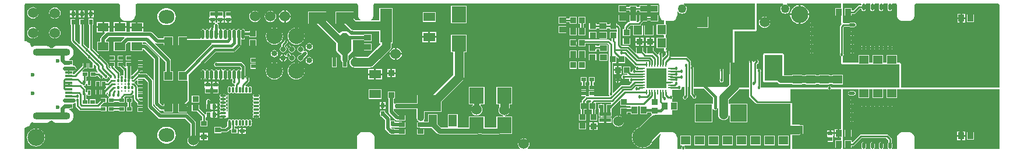
<source format=gbr>
%FSTAX23Y23*%
%MOIN*%
%SFA1B1*%

%IPPOS*%
%AMD65*
4,1,8,0.045300,0.000000,0.045300,0.000000,0.025600,0.019700,-0.025600,0.019700,-0.045300,0.000000,-0.045300,0.000000,-0.025600,-0.019700,0.025600,-0.019700,0.045300,0.000000,0.0*
1,1,0.039370,0.025600,0.000000*
1,1,0.039370,0.025600,0.000000*
1,1,0.039370,-0.025600,0.000000*
1,1,0.039370,-0.025600,0.000000*
%
%ADD10R,0.039370X0.023622*%
%ADD11R,0.039370X0.011811*%
%ADD12R,0.037402X0.033465*%
%ADD13R,0.055118X0.051181*%
%ADD14R,0.070866X0.051181*%
%ADD15R,0.039370X0.035433*%
%ADD16R,0.064961X0.047244*%
%ADD17R,0.070866X0.196850*%
%ADD18R,0.023622X0.055118*%
%ADD19R,0.023622X0.070866*%
%ADD20R,0.098425X0.066929*%
%ADD21R,0.023622X0.029528*%
%ADD22C,0.031496*%
%ADD23R,0.084646X0.096457*%
%ADD24R,0.137795X0.092520*%
%ADD25O,0.017716X0.055118*%
%ADD26O,0.007874X0.027559*%
%ADD27O,0.027559X0.007874*%
%ADD28R,0.118110X0.118110*%
%ADD29C,0.010236*%
%ADD30R,0.037402X0.025591*%
%ADD31R,0.029528X0.023622*%
%ADD32R,0.025197X0.023622*%
%ADD33R,0.051181X0.055118*%
%ADD34O,0.055118X0.019685*%
%ADD35O,0.039370X0.019685*%
%ADD36R,0.035433X0.039370*%
%ADD37R,0.096457X0.100394*%
%ADD38R,0.033465X0.037402*%
%ADD39O,0.019685X0.055118*%
%ADD40O,0.019685X0.039370*%
%ADD41R,0.047244X0.064961*%
%ADD42R,0.196850X0.177165*%
%ADD43R,0.015748X0.027559*%
%ADD44R,0.035433X0.031496*%
%ADD45R,0.023622X0.025197*%
%ADD46R,0.047244X0.047244*%
%ADD47O,0.037402X0.011811*%
%ADD48O,0.011811X0.037402*%
%ADD49R,0.131890X0.131890*%
%ADD50R,0.051181X0.070866*%
%ADD51R,0.037402X0.035433*%
%ADD52C,0.023622*%
%ADD53C,0.010000*%
%ADD54C,0.050000*%
%ADD55C,0.015000*%
%ADD56C,0.020000*%
%ADD57C,0.040000*%
%ADD58C,0.023000*%
%ADD59C,0.039000*%
%ADD60C,0.100000*%
%ADD61C,0.080000*%
%ADD62C,0.030000*%
%ADD63C,0.025000*%
%ADD64C,0.035000*%
G04~CAMADD=65~8~0.0~0.0~393.7~905.5~196.8~0.0~15~0.0~0.0~0.0~0.0~0~0.0~0.0~0.0~0.0~0~0.0~0.0~0.0~270.0~906.0~394.0*
%ADD65D65*%
%ADD66C,0.059843*%
%ADD67C,0.050000*%
%ADD68R,0.059843X0.059843*%
%ADD69C,0.060000*%
%ADD70C,0.098425*%
%ADD71C,0.093504*%
%ADD72C,0.033465*%
%ADD73O,0.090551X0.078740*%
%ADD74C,0.060000*%
%ADD75C,0.118110*%
%ADD76C,0.018000*%
%ADD77C,0.018000*%
%ADD78C,0.023622*%
%ADD79C,0.032000*%
%LNpcb_copper_signal_top-1*%
%LPD*%
G36*
X05399Y01244D02*
X05402Y0124D01*
X05402Y01235*
Y01181*
X05402*
X05403Y01172*
X05407Y01164*
X05412Y01156*
X05419Y01151*
X05428Y01147*
X05436Y01146*
X05437Y01146*
X05468*
X05469Y01146*
X05477Y01147*
X05486Y01151*
X05493Y01156*
X05499Y01164*
X05502Y01172*
X05503Y0118*
X05503Y01181*
Y0124*
X05503Y0124*
X05506Y01244*
X05508Y01245*
X05508Y01245*
X05984*
X05984Y01245*
X05987Y01243*
X05989Y0124*
X05989Y0124*
Y00763*
X05427*
Y00896*
X05427Y009*
X05424Y00903*
X05421Y00905*
X05417Y00906*
X05403*
Y00951*
X05344*
Y00906*
X05323*
Y00951*
X05264*
Y00906*
X05243*
Y00951*
X05184*
Y00906*
X05093*
Y00944*
X05094Y00945*
X05097Y00949*
X05098Y00953*
X05097Y00957*
X05097Y00957*
Y01109*
X05101Y01113*
X05131*
X05132Y01112*
X05137Y01111*
X05156*
X05161Y01112*
X05165Y01115*
X05168Y01119*
X05168Y01124*
X05168Y01128*
X05165Y01132*
X05161Y01135*
X05156Y01136*
X05137*
X05132Y01135*
X05131Y01134*
X05097*
X05093Y01138*
Y01245*
X05197*
X052Y0124*
X05198Y01236*
X05186*
X05182Y01235*
X05178Y01233*
X05152Y01207*
X05144*
Y01218*
X05104*
Y01175*
X05144*
Y01186*
X05157*
X0516Y01187*
X05164Y01189*
X0519Y01215*
X05199*
Y01215*
X052Y0121*
X05203Y01206*
X05207Y01204*
X05212Y01203*
X05216Y01204*
X0522Y01206*
X05223Y0121*
X05224Y01215*
Y01234*
X05223Y01239*
X05222Y0124*
X05225Y01245*
X05248*
X05251Y0124*
X0525Y01239*
X05249Y01234*
Y01215*
X0525Y0121*
X05253Y01206*
X05257Y01204*
X05262Y01203*
X05266Y01204*
X0527Y01206*
X05273Y0121*
X05274Y01215*
Y01234*
X05273Y01239*
X05272Y0124*
X05275Y01245*
X05298*
X05301Y0124*
X053Y01239*
X05299Y01234*
Y01215*
X053Y0121*
X05303Y01206*
X05307Y01204*
X05312Y01203*
X05316Y01204*
X0532Y01206*
X05323Y0121*
X05324Y01215*
Y01234*
X05323Y01239*
X05322Y0124*
X05325Y01245*
X05348*
X05351Y0124*
X0535Y01239*
X05349Y01234*
Y01215*
X0535Y0121*
X05353Y01206*
X05357Y01204*
X05362Y01203*
X05366Y01204*
X0537Y01206*
X05373Y0121*
X05374Y01215*
Y01234*
X05373Y01239*
X05372Y0124*
X05375Y01245*
X05398*
X05398Y01245*
X05399Y01244*
G37*
G36*
X05082Y01218D02*
X05051D01*
Y01175*
X05082*
Y01138*
X05083Y01136*
X05083Y01134*
X05083Y01134*
X05083Y01134*
X05084Y01133*
X05085Y01131*
X05087Y01129*
X05079Y01121*
X05077Y01117*
X05076Y01114*
Y00957*
X05076Y00957*
X05075Y00953*
X05076Y00949*
X05079Y00945*
X05082Y00943*
X05082Y00943*
Y00906*
X05083Y00902*
X05085Y00899*
X05089Y00897*
X05093Y00896*
X05417*
Y00763*
X05094*
X05027*
X05027Y00765*
X05024Y00768*
X05021Y00771*
X05017Y00772*
X05012Y00771*
X05009Y00768*
X05006Y00765*
X05006Y00763*
X04625*
X04624Y00766*
X04624Y00767*
Y00856*
X04624Y00856*
X04625Y0086*
X04624Y00864*
X04621Y00868*
X04618Y00871*
X04613Y00871*
X04609Y00871*
X04606Y00868*
X04604Y00868*
X04601Y0087*
Y00897*
X04604Y00901*
X04605Y00901*
X04608Y00904*
X04611Y00907*
X04612Y00912*
X04611Y00916*
X04608Y00919*
X04605Y00922*
X04601Y00923*
X04596Y00922*
X04593Y00919*
X0459Y00916*
X0459Y00915*
X04585Y0091*
X0458Y0091*
X04578Y00911*
X04578Y00912*
X04578Y00913*
X04577Y00917*
X04574Y0092*
X04571Y00923*
X04567Y00924*
X04562Y00923*
X04559Y0092*
X04556Y00917*
X04555Y00913*
X04556Y00908*
X04556Y00908*
Y00763*
X04464*
Y00897*
X04466Y00897*
X0447Y00899*
X04472Y00903*
X04473Y00907*
Y01085*
X04589*
X04592Y01085*
X04596Y01088*
X04598Y01091*
X04599Y01095*
Y01245*
X04751*
X04752Y0124*
X04749Y01238*
X04744Y01234*
X04739Y01228*
X04737Y01222*
X04736Y01215*
X04737Y01208*
X04739Y01201*
X04744Y01195*
X04749Y01191*
X04756Y01188*
X04763Y01187*
X0477Y01188*
X04776Y01191*
X04782Y01195*
X04786Y01201*
X04789Y01208*
X0479Y01215*
X04789Y01222*
X04786Y01228*
X04782Y01234*
X04776Y01238*
X04773Y0124*
X04774Y01245*
X05082*
Y01218*
G37*
G36*
X04589Y01095D02*
X04463D01*
Y00907*
X04445*
Y00844*
X04443Y00839*
X04442Y00831*
Y00781*
X04428Y00767*
X04239*
Y0087*
X04239Y0087*
X0424Y00875*
X04239Y00879*
X04236Y00882*
X04233Y00885*
X04229Y00886*
X04228Y00886*
X04223Y00889*
Y00914*
X04222Y00917*
X0422Y00921*
X04204Y00937*
X042Y00939*
X04197Y0094*
X04107*
X04107Y0094*
X04102Y00941*
X04101Y00942*
X04099Y00945*
X041Y00948*
Y00964*
X041Y00964*
X04101Y00969*
X041Y00973*
X04097Y00976*
X04094Y00979*
X0409Y0098*
X04085Y00979*
X04084Y00978*
X04079Y0098*
Y00989*
X04083*
Y01048*
X04079*
Y01066*
X04083*
Y01125*
X04079*
Y01141*
Y01146*
X0411*
X04111Y01146*
X04119Y01147*
X04128Y01151*
X04135Y01156*
X0414Y01164*
X04144Y01172*
X04145Y0118*
X04145Y01181*
Y01198*
X0415Y01199*
X04153Y01195*
X04159Y01191*
X04165Y01188*
X04172Y01187*
X04179Y01188*
X04186Y01191*
X04192Y01195*
X04196Y01201*
X04199Y01208*
X042Y01215*
X04199Y01222*
X04196Y01228*
X04192Y01234*
X04186Y01238*
X04183Y0124*
X04184Y01245*
X04589*
Y01095*
G37*
G36*
X02315Y01244D02*
X02317Y0124D01*
X02318Y01235*
Y01181*
X02318Y0118*
X02319Y01172*
X02322Y01164*
X02328Y01156*
X02332Y01153*
X02331Y01148*
X02306*
X02293Y01161*
Y01199*
X02191*
Y01128*
X02241*
X02272Y01096*
X02279Y01091*
X02286Y01088*
X02294Y01087*
X02441*
Y01017*
X02446*
X02447Y01012*
X02373Y00938*
X02301*
X02295Y00937*
X02287*
Y00934*
X02285Y00934*
X02279Y00929*
X02274Y00923*
X02271Y00915*
X0227Y00908*
X02271Y009*
X02274Y00893*
X02279Y00886*
X02285Y00881*
X02287Y00881*
Y00878*
X02295*
X02301Y00877*
X02386*
X02393Y00878*
X02401Y00881*
X02407Y00886*
X025Y00979*
X02505Y00985*
X02508Y00993*
X02509Y01001*
Y01017*
X02516*
Y01218*
X02441*
Y01148*
X02394*
X02392Y01153*
X02397Y01156*
X02402Y01164*
X02406Y01172*
X02407Y0118*
X02407Y01181*
Y0124*
X02407Y0124*
X0241Y01244*
X02411Y01245*
X02411Y01245*
X04039*
X0404Y01245*
X04041Y01244*
X04044Y0124*
X04044Y01235*
Y01181*
X04044*
X04045Y01172*
X04049Y01164*
X04054Y01156*
X04061Y01151*
X04069Y01148*
X04069Y01146*
Y01141*
Y01125*
X04027*
Y01066*
X04065*
X04069Y01062*
Y01048*
X04027*
Y00989*
X04069*
Y0098*
X04069Y00979*
X04069Y00977*
X04069Y00977*
X04069Y00977*
X0407Y00975*
X04071Y00974*
X04071Y00974*
X04071Y00973*
X04073Y00972*
X04074Y00971*
X04078Y00969*
X04078Y00969*
X04079Y00964*
X04079Y00964*
Y00953*
X04063Y00937*
X04059Y00938*
Y00952*
X04059Y00952*
X0406Y00957*
X04059Y00961*
X04056Y00964*
X04053Y00967*
X04049Y00968*
X04044Y00967*
X04041Y00964*
X04038Y00961*
X04037Y00957*
X04036Y00956*
X04033Y00954*
X0401Y00977*
Y00994*
X03969*
Y00958*
X03964Y00958*
X03951Y0097*
Y00994*
X0391*
Y00966*
X03905Y00964*
X03869Y01001*
X03865Y01003*
X03862Y01004*
X03827*
X0382Y01011*
Y01106*
X03819Y0111*
X03817Y01113*
X03808Y01122*
X03805Y01124*
X03801Y01125*
X038*
Y01134*
X03759*
Y01125*
X03742*
Y01137*
X03699*
Y01125*
X03683*
Y01134*
X03641*
Y01097*
X03683*
Y01104*
X03699*
Y01097*
X03742*
Y01104*
X03759*
Y01097*
X038*
Y01083*
X03759*
Y01046*
X03768*
Y01031*
X03768Y01031*
X03764Y01029*
X03758Y01035*
X03755Y01037*
X03751Y01038*
X03619*
Y0104*
X03581*
Y00998*
X03619*
Y01017*
X03746*
X03754Y01009*
Y00731*
X03754Y00731*
X03753Y00727*
X03754Y00722*
X03757Y00719*
X03756Y00713*
X03755Y00712*
X03673*
X03669Y00714*
Y00717*
Y00742*
X0364*
Y00714*
X03636Y00712*
X03628*
X03626Y00713*
X03624Y00716*
Y00742*
X03595*
Y00714*
X03619*
X0362Y00709*
X0362Y00709*
X03601Y00691*
X03599Y00687*
X03598Y00683*
Y00677*
X0359*
Y00636*
X03594*
Y00611*
X03583*
Y00574*
X03624*
Y00611*
X03614*
Y00636*
X03627*
Y00677*
X03624*
X03622Y00682*
X03631Y00691*
X03651*
X03653Y00687*
X03653Y00686*
X0365Y00683*
X0365Y00679*
Y00677*
X03641*
Y00636*
X03655*
Y00611*
X03645*
Y00574*
X03686*
Y00611*
X03675*
Y00636*
X03679*
Y00676*
X03765*
X03767Y00671*
X03762Y00666*
X0376*
X0376Y00666*
X03754Y00667*
X03748Y00666*
X03748Y00666*
X03738*
Y00639*
X03739*
Y0061*
X03739Y00607*
Y00596*
X03748*
X03748Y00596*
X03754Y00595*
X0376Y00596*
X0376Y00596*
X03768*
Y00605*
X03769Y0061*
Y00639*
X03772*
Y00647*
X03815Y0069*
X03819Y00688*
Y00659*
X03851*
X03853Y00658*
X03857Y00657*
X03877*
X03881Y00654*
Y00652*
Y00645*
X03861*
Y00646*
X03819*
Y00608*
X03861*
Y0062*
X03881*
Y00611*
X03921*
Y00652*
Y00654*
X03924Y00657*
X03931*
X03934Y00654*
Y00611*
X03974*
Y0062*
X03996*
Y00609*
X03998*
X03999Y00606*
X03999Y00604*
X03988Y00596*
X03926Y00534*
X03924Y00533*
X03913Y00528*
X03904Y0052*
X03896Y00511*
X03891Y005*
X03887Y00488*
X03886Y00477*
X03887Y00465*
X03891Y00453*
X03896Y00442*
X03904Y00433*
X03913Y00425*
X03924Y0042*
X03935Y00416*
X03947Y00415*
X03959Y00416*
X03971Y0042*
X03982Y00425*
X03991Y00433*
X03998Y00442*
X04004Y00453*
X04005Y00455*
X04048Y00498*
X04049Y00498*
X04051Y00492*
X04049Y0049*
X04045Y00481*
X04044Y00472*
X04044*
Y00413*
X04044Y00413*
X04043Y00411*
X04039Y00409*
X04034*
X0329*
X03288Y00414*
X03289Y00415*
X03294Y00421*
X03298Y00429*
X03299Y00438*
X03298Y00446*
X03294Y00454*
X03289Y0046*
X03283Y00465*
X03275Y00469*
X03267Y0047*
X03258Y00469*
X0325Y00465*
X03244Y0046*
X03239Y00454*
X03235Y00446*
X03234Y00438*
X03235Y00429*
X03239Y00421*
X03244Y00415*
X03245Y00414*
X03243Y00409*
X02417*
X02417Y00409*
X02414Y0041*
X02413Y00413*
X02413Y00413*
Y00472*
X02413*
X02412Y00481*
X02408Y0049*
X02403Y00497*
X02395Y00502*
X02387Y00506*
X02378Y00507*
Y00507*
X02346*
Y00507*
X02337Y00506*
X02329Y00502*
X02322Y00497*
X02316Y0049*
X02313Y00481*
X02312Y00472*
X02312*
Y00413*
X02312Y00413*
X0231Y0041*
X02307Y00409*
X02307Y00409*
X01055*
X01055Y00409*
X01052Y0041*
X01051Y00413*
X01051Y00413*
Y00472*
X01051Y00472*
X01049Y00481*
X01046Y0049*
X0104Y00497*
X01033Y00502*
X01025Y00506*
X01016Y00507*
Y00507*
X00984*
Y00507*
X00975Y00506*
X00967Y00502*
X0096Y00497*
X00954Y0049*
X00951Y00481*
X00949Y00472*
X00949*
Y00413*
X0095Y00413*
X00948Y0041*
X00945Y00409*
X00945Y00409*
X00413*
X00413Y00409*
X0041Y0041*
X00409Y00413*
X00409Y00413*
Y0053*
X00409Y0053*
X0041Y00531*
X00413Y00534*
X00422Y00535*
X00431Y00539*
X00438Y00544*
X00444Y00552*
X00447Y0056*
X00448Y00564*
X00453Y00566*
X00456Y00564*
X00466Y0056*
X00476Y00559*
X00527*
X00537Y0056*
X00547Y00564*
X00555Y0057*
X00558Y00573*
X00569*
X00572Y0057*
X0058Y00564*
X0059Y0056*
X006Y00559*
X00651*
X00661Y0056*
X00671Y00564*
X00679Y0057*
X00686Y00578*
X00689Y00588*
X00691Y00598*
X00689Y00609*
X00686Y00618*
X00679Y00626*
X00671Y00633*
X00665Y00635*
X00665Y00641*
X00669Y00641*
X00672Y00643*
X00685*
Y00668*
X00689Y00671*
X00695Y00673*
X00698Y00675*
X00703Y00672*
Y00658*
X00704Y00654*
X00706Y0065*
X00723Y00633*
X00727Y00631*
X0073Y0063*
X00845*
Y00627*
X00878*
Y00654*
X00847*
X00845Y00659*
X00862Y00677*
X00878*
Y00704*
X00845*
Y00688*
X00825Y00668*
X00817*
Y00695*
X00784*
Y00668*
X00772*
Y00695*
X00764*
Y00721*
X00769Y00723*
X00769Y00723*
Y00716*
X00789*
Y00727*
X00789Y00728*
X0079Y00732*
X00789Y00736*
X00789Y00737*
Y00748*
X00769*
Y00737*
X00769Y00737*
X00765Y00736*
X00763Y00736*
X00761Y00738*
Y00751*
X00761Y00755*
X00759Y00758*
X00749Y00767*
X00751Y00772*
X00761*
Y00783*
X00763Y00784*
X00767Y00784*
X00769Y00783*
X00769Y00783*
Y00772*
X00789*
Y00783*
X00789Y00783*
X0079Y00788*
X00789Y00792*
X00789Y00793*
Y00803*
X00769*
Y00798*
X00769Y00798*
X00764Y00799*
X00764Y00799*
Y00825*
X00773*
Y00853*
X00743*
X00741Y00858*
X00756Y00873*
X0077*
Y00902*
X00742*
Y00888*
X00695Y00841*
X00689*
X00685Y00842*
Y00857*
X00688*
X00695Y00859*
X00701Y00862*
X00704Y00868*
X00706Y00874*
X00704Y00881*
X00701Y00886*
X00695Y0089*
X00688Y00891*
X00685Y00892*
Y0092*
X00672*
X00669Y00921*
X00665Y00922*
X00665Y00927*
X00671Y0093*
X00679Y00936*
X00686Y00945*
X00689Y00954*
X00691Y00965*
X00689Y00975*
X00686Y00984*
X00679Y00993*
X00671Y00999*
X00661Y01003*
X00651Y01004*
X006*
X0059Y01003*
X0058Y00999*
X00572Y00993*
X00569Y00989*
X00558*
X00555Y00993*
X00547Y00999*
X00537Y01003*
X00527Y01004*
X00476*
X00466Y01003*
X00456Y00999*
X00453Y00997*
X00448Y00999*
X00447Y01003*
X00444Y01012*
X00438Y01019*
X00431Y01024*
X00422Y01028*
X00413Y01029*
X0041Y01032*
X00409Y01033*
X00409Y01033*
X00409Y01235*
X00409Y0124*
X00412Y01244*
X00413Y01245*
X00413Y01245*
X00951*
X00951Y01245*
X00953Y01244*
X00955Y0124*
X00955Y01235*
Y01181*
X00955Y0118*
X00957Y01172*
X0096Y01164*
X00966Y01156*
X00973Y01151*
X00981Y01147*
X0099Y01146*
X0099Y01146*
X0101*
X0101Y01146*
X01019Y01147*
X01027Y01151*
X01034Y01156*
X0104Y01164*
X01043Y01172*
X01045Y0118*
X01045Y01181*
Y0124*
X01045Y0124*
X01047Y01243*
X01049Y01244*
X01054Y01245*
X02313*
X02313Y01245*
X02315Y01244*
G37*
G36*
X03903Y00889D02*
X03907Y00887D01*
X03908Y00887*
X03909Y00881*
X03908Y0088*
X03905Y00877*
X03904Y00873*
X03904Y00872*
X03904Y00871*
X039Y00867*
X03898Y00868*
X03894Y00867*
X0389Y00864*
X03888Y00861*
X03887Y00857*
X03887Y00856*
X03884Y00852*
X03879Y00852*
X03875Y00856*
Y00883*
X03837*
Y00842*
X03859*
X0386Y0084*
X03858Y00835*
X03841*
X03838Y00835*
X03833Y00835*
X0383Y00832*
X03827Y00828*
X03826Y00824*
X03827Y0082*
X0383Y00816*
X03833Y00814*
X03838Y00813*
X03842Y00814*
X03843Y00814*
X03868*
X03871Y00809*
X0387Y00807*
X03871Y00802*
X03874Y00799*
X03877Y00796*
X03882Y00795*
X03883Y00796*
X03886Y00791*
X0387Y00776*
X03828*
X03824Y00775*
X03821Y00773*
X0378Y00732*
X03775Y00734*
Y00904*
X03795*
Y00936*
X03799Y00938*
X03808Y00929*
Y00904*
X03846*
Y0094*
X03851Y00942*
X03903Y00889*
G37*
G36*
X05025Y00753D02*
X05026D01*
X05027Y00752*
X05083*
Y00524*
X05074*
Y005*
Y00475*
X05083*
Y00458*
X0505*
Y00415*
X05083*
Y00409*
X04803*
Y0049*
X04836*
X04843Y00491*
X04851Y00494*
X04851Y00495*
X04867*
Y00546*
X04852*
X04851Y00547*
X04843Y0055*
X04836Y00551*
X04803*
Y00669*
X04802Y00673*
X048Y00677*
X04796Y00679*
X04793Y0068*
Y00752*
X05006*
X05007Y00753*
X05008*
X05008Y00753*
X05009Y00753*
X05012Y0075*
X05017Y00749*
X05021Y0075*
X05024Y00753*
X05025Y00753*
X05025Y00753*
G37*
G36*
X05989Y00413D02*
X05989Y00413D01*
X05989Y00413*
X05986Y00409*
X05984Y00409*
X05984Y00409*
X05508*
X05508Y00409*
X05504Y0041*
X05503Y00413*
X05503Y00413*
Y00472*
X05503*
X05502Y00481*
X05499Y0049*
X05493Y00497*
X05486Y00502*
X05477Y00506*
X05468Y00507*
Y00507*
X05437*
Y00507*
X05428Y00506*
X0542Y00502*
X05412Y00497*
X05407Y0049*
X05403Y00481*
X05402Y00472*
X05402*
Y00413*
X05402Y00413*
X05401Y00411*
X05398Y00409*
X05393*
X05376*
X05373Y00414*
X05374Y00414*
X05375Y00419*
Y00438*
X05374Y00443*
X05373Y00444*
Y00465*
X05372Y00468*
X0537Y00472*
X05352Y0049*
X05348Y00492*
X05345Y00493*
X05196*
X05192Y00492*
X05188Y0049*
X05148Y00449*
X05143Y00451*
Y00458*
X05103*
Y00415*
X05143*
Y00426*
X0515*
X05153Y00427*
X05157Y00429*
X052Y00472*
X0534*
X05352Y0046*
Y00444*
X05351Y00443*
X0535Y00438*
Y00419*
X05351Y00414*
X05352Y00414*
X05349Y00409*
X05326*
X05323Y00414*
X05324Y00414*
X05325Y00419*
Y00438*
X05324Y00443*
X05321Y00447*
X05317Y00449*
X05313Y0045*
X05308Y00449*
X05304Y00447*
X05301Y00443*
X053Y00438*
Y00419*
X05301Y00414*
X05302Y00414*
X05299Y00409*
X05276*
X05273Y00414*
X05274Y00414*
X05275Y00419*
Y00438*
X05274Y00443*
X05271Y00447*
X05267Y00449*
X05263Y0045*
X05258Y00449*
X05254Y00447*
X05251Y00443*
X0525Y00438*
Y00419*
X05251Y00414*
X05252Y00414*
X05249Y00409*
X05226*
X05223Y00414*
X05224Y00414*
X05225Y00419*
Y00438*
X05224Y00443*
X05221Y00447*
X05217Y00449*
X05213Y0045*
X05208Y00449*
X05204Y00447*
X05201Y00443*
X052Y00438*
Y00419*
X05201Y00414*
X05202Y00414*
X05199Y00409*
X05094*
Y00752*
X05184*
Y00702*
X05243*
Y00752*
X05263*
Y00702*
X05323*
Y00752*
X05343*
Y00702*
X05403*
Y00752*
X05989*
Y00413*
G37*
G36*
X04218Y00725D02*
X04219Y00721D01*
X04221Y00718*
X04232Y00708*
X04232Y00707*
X04234Y00704*
X04238Y00701*
X04242Y007*
X04246Y00701*
X0425Y00704*
X04253Y00707*
X04253Y00712*
X04253Y00716*
X0425Y00719*
X04246Y00722*
X04246Y00722*
X04239Y00729*
Y00756*
X04298*
X0435Y00704*
Y00671*
X04346Y00669*
X04345*
X04245*
Y00564*
X04346*
Y00639*
X04351Y0064*
X04353Y00635*
X04358Y00633*
X04363Y00632*
X04367Y00633*
X04372Y00635*
X04374Y0064*
X04375Y00645*
X0438Y00644*
Y00606*
X04381Y00598*
X04384Y0059*
X04389Y00584*
X04395Y00579*
X04403Y00576*
X04411Y00575*
X04418Y00576*
X04426Y00579*
X04432Y00584*
X04437Y0059*
X0444Y00598*
X0444Y00602*
X04445Y00601*
Y00564*
X04546*
Y00669*
X04446*
X04445*
X04441Y0067*
Y00694*
X04494Y00747*
X04494*
X04498Y00752*
X04556*
Y00715*
X04557Y00711*
X04559Y00707*
X04594Y00672*
X04598Y0067*
X04602Y00669*
X04793*
Y00409*
X04194*
X0419Y00414*
X04191Y00416*
X0419Y0042*
X04187Y00423*
X04185Y00425*
X04187Y0043*
X04222*
Y00485*
X04163*
Y0043*
X04172*
X04174Y00425*
X04172Y00423*
X04169Y0042*
X04168Y00416*
X04169Y00414*
X04165Y00409*
X0415*
X04149Y00409*
X04148Y00409*
X04145Y00413*
Y00418*
Y00472*
Y00472*
X04145*
X04144Y00481*
X0414Y0049*
X04135Y00497*
X04128Y00502*
X04119Y00506*
X04115Y00507*
Y00634*
X04147*
Y00678*
X04115*
Y00696*
X04117Y00698*
X0412Y00701*
X04121Y00706*
X0412Y0071*
X04117Y00713*
X04115Y00715*
Y00751*
X04153*
X04153Y00751*
X04157Y0075*
X04162Y00751*
X04165Y00754*
X04168Y00757*
X04169Y00762*
X04173Y00767*
X04186*
Y00718*
X04185Y00716*
X04184Y00716*
X04181Y00713*
X04178Y0071*
X04177Y00706*
X04178Y00701*
X04181Y00698*
X04184Y00695*
X04189Y00694*
X04193Y00695*
X04196Y00698*
X04199Y00701*
X04199Y00702*
X04204Y00706*
X04206Y0071*
X04207Y00714*
Y00767*
X04218*
Y00725*
G37*
%LNpcb_copper_signal_top-2*%
%LPC*%
G36*
X05794Y01186D02*
X05776D01*
Y01167*
X05794*
Y01186*
G37*
G36*
X05766D02*
X05748D01*
Y01167*
X05766*
Y01186*
G37*
G36*
X05844Y01183D02*
X05804D01*
Y0114*
X05844*
Y01183*
G37*
G36*
X05794Y01157D02*
X05776D01*
Y01137*
X05794*
Y01157*
G37*
G36*
X05766D02*
X05748D01*
Y01137*
X05766*
Y01157*
G37*
G36*
X05748Y01094D02*
Y01086D01*
X05756*
X05756Y01086*
X05753Y01091*
X05748Y01094*
X05748Y01094*
G37*
G36*
X05738D02*
X05738Y01094D01*
X05733Y01091*
X0573Y01086*
X0573Y01086*
X05738*
Y01094*
G37*
G36*
X05695D02*
Y01086D01*
X05703*
X05703Y01086*
X057Y01091*
X05695Y01094*
X05695Y01094*
G37*
G36*
X05685D02*
X05684Y01094D01*
X05679Y01091*
X05676Y01086*
X05676Y01086*
X05685*
Y01094*
G37*
G36*
X05641D02*
Y01086D01*
X05649*
X05649Y01086*
X05646Y01091*
X05641Y01094*
X05641Y01094*
G37*
G36*
X05631D02*
X05631Y01094D01*
X05626Y01091*
X05623Y01086*
X05623Y01086*
X05631*
Y01094*
G37*
G36*
X05152Y01087D02*
Y01079D01*
X0516*
X0516Y01079*
X05157Y01084*
X05152Y01087*
X05152Y01087*
G37*
G36*
X05142D02*
X05141Y01087D01*
X05136Y01084*
X05133Y01079*
X05133Y01079*
X05142*
Y01087*
G37*
G36*
X05756Y01076D02*
X05748D01*
Y01068*
X05748Y01068*
X05753Y01071*
X05756Y01075*
X05756Y01076*
G37*
G36*
X05738D02*
X0573D01*
X0573Y01075*
X05733Y01071*
X05738Y01068*
X05738Y01068*
Y01076*
G37*
G36*
X05703D02*
X05695D01*
Y01068*
X05695Y01068*
X057Y01071*
X05703Y01075*
X05703Y01076*
G37*
G36*
X05685D02*
X05676D01*
X05676Y01075*
X05679Y01071*
X05684Y01068*
X05685Y01068*
Y01076*
G37*
G36*
X05649D02*
X05641D01*
Y01068*
X05641Y01068*
X05646Y01071*
X05649Y01075*
X05649Y01076*
G37*
G36*
X05631D02*
X05623D01*
X05623Y01075*
X05626Y01071*
X05631Y01068*
X05631Y01068*
Y01076*
G37*
G36*
X0516Y01069D02*
X05152D01*
Y0106*
X05152Y0106*
X05157Y01063*
X0516Y01068*
X0516Y01069*
G37*
G36*
X05142D02*
X05133D01*
X05133Y01068*
X05136Y01063*
X05141Y0106*
X05142Y0106*
Y01069*
G37*
G36*
X05748Y01044D02*
Y01036D01*
X05756*
X05756Y01037*
X05753Y01041*
X05748Y01044*
X05748Y01044*
G37*
G36*
X05738D02*
X05738Y01044D01*
X05733Y01041*
X0573Y01037*
X0573Y01036*
X05738*
Y01044*
G37*
G36*
X05695D02*
Y01036D01*
X05703*
X05703Y01037*
X057Y01041*
X05695Y01044*
X05695Y01044*
G37*
G36*
X05685D02*
X05684Y01044D01*
X05679Y01041*
X05676Y01037*
X05676Y01036*
X05685*
Y01044*
G37*
G36*
X05641D02*
Y01036D01*
X05649*
X05649Y01037*
X05646Y01041*
X05641Y01044*
X05641Y01044*
G37*
G36*
X05631D02*
X05631Y01044D01*
X05626Y01041*
X05623Y01037*
X05623Y01036*
X05631*
Y01044*
G37*
G36*
X05152Y01036D02*
Y01028D01*
X0516*
X0516Y01028*
X05157Y01033*
X05152Y01036*
X05152Y01036*
G37*
G36*
X05142D02*
X05141Y01036D01*
X05136Y01033*
X05133Y01028*
X05133Y01028*
X05142*
Y01036*
G37*
G36*
X05756Y01026D02*
X05748D01*
Y01018*
X05748Y01018*
X05753Y01021*
X05756Y01026*
X05756Y01026*
G37*
G36*
X05738D02*
X0573D01*
X0573Y01026*
X05733Y01021*
X05738Y01018*
X05738Y01018*
Y01026*
G37*
G36*
X05703D02*
X05695D01*
Y01018*
X05695Y01018*
X057Y01021*
X05703Y01026*
X05703Y01026*
G37*
G36*
X05685D02*
X05676D01*
X05676Y01026*
X05679Y01021*
X05684Y01018*
X05685Y01018*
Y01026*
G37*
G36*
X05649D02*
X05641D01*
Y01018*
X05641Y01018*
X05646Y01021*
X05649Y01026*
X05649Y01026*
G37*
G36*
X05631D02*
X05623D01*
X05623Y01026*
X05626Y01021*
X05631Y01018*
X05631Y01018*
Y01026*
G37*
G36*
X0516Y01018D02*
X05152D01*
Y01009*
X05152Y01009*
X05157Y01012*
X0516Y01017*
X0516Y01018*
G37*
G36*
X05142D02*
X05133D01*
X05133Y01017*
X05136Y01012*
X05141Y01009*
X05142Y01009*
Y01018*
G37*
G36*
X05372Y01002D02*
X05367D01*
Y00997*
X05375*
X05375Y00998*
X05372Y01002*
G37*
G36*
X05357D02*
X05351D01*
X05348Y00998*
X05348Y00997*
X05357*
Y01002*
G37*
G36*
X05322D02*
X05317D01*
Y00997*
X05325*
X05325Y00998*
X05322Y01002*
G37*
G36*
X05307D02*
X05301D01*
X05298Y00998*
X05298Y00997*
X05307*
Y01002*
G37*
G36*
X05272D02*
X05267D01*
Y00997*
X05275*
X05275Y00998*
X05272Y01002*
G37*
G36*
X05257D02*
X05251D01*
X05248Y00998*
X05248Y00997*
X05257*
Y01002*
G37*
G36*
X05222D02*
X05217D01*
Y00997*
X05225*
X05225Y00998*
X05222Y01002*
G37*
G36*
X05207D02*
X05201D01*
X05198Y00998*
X05198Y00997*
X05207*
Y01002*
G37*
G36*
X05748Y00995D02*
Y00987D01*
X05756*
X05756Y00987*
X05753Y00992*
X05748Y00995*
X05748Y00995*
G37*
G36*
X05738D02*
X05738Y00995D01*
X05733Y00992*
X0573Y00987*
X0573Y00987*
X05738*
Y00995*
G37*
G36*
X05695D02*
Y00987D01*
X05703*
X05703Y00987*
X057Y00992*
X05695Y00995*
X05695Y00995*
G37*
G36*
X05685D02*
X05684Y00995D01*
X05679Y00992*
X05676Y00987*
X05676Y00987*
X05685*
Y00995*
G37*
G36*
X05641D02*
Y00987D01*
X05649*
X05649Y00987*
X05646Y00992*
X05641Y00995*
X05641Y00995*
G37*
G36*
X05631D02*
X05631Y00995D01*
X05626Y00992*
X05623Y00987*
X05623Y00987*
X05631*
Y00995*
G37*
G36*
X05375Y00987D02*
X05367D01*
Y00979*
X05367Y00979*
X05372Y00982*
X05375Y00987*
X05375Y00987*
G37*
G36*
X05357D02*
X05348D01*
X05348Y00987*
X05351Y00982*
X05356Y00979*
X05357Y00979*
Y00987*
G37*
G36*
X05325D02*
X05317D01*
Y00979*
X05317Y00979*
X05322Y00982*
X05325Y00987*
X05325Y00987*
G37*
G36*
X05307D02*
X05298D01*
X05298Y00987*
X05301Y00982*
X05306Y00979*
X05307Y00979*
Y00987*
G37*
G36*
X05275D02*
X05267D01*
Y00979*
X05267Y00979*
X05272Y00982*
X05275Y00987*
X05275Y00987*
G37*
G36*
X05257D02*
X05248D01*
X05248Y00987*
X05251Y00982*
X05256Y00979*
X05257Y00979*
Y00987*
G37*
G36*
X05225D02*
X05217D01*
Y00979*
X05217Y00979*
X05222Y00982*
X05225Y00987*
X05225Y00987*
G37*
G36*
X05207D02*
X05198D01*
X05198Y00987*
X05201Y00982*
X05206Y00979*
X05207Y00979*
Y00987*
G37*
G36*
X05152Y00987D02*
Y00978D01*
X0516*
X0516Y00979*
X05157Y00984*
X05152Y00987*
X05152Y00987*
G37*
G36*
X05142D02*
X05141Y00987D01*
X05136Y00984*
X05133Y00979*
X05133Y00978*
X05142*
Y00987*
G37*
G36*
X05756Y00977D02*
X05748D01*
Y00968*
X05748Y00968*
X05753Y00971*
X05756Y00976*
X05756Y00977*
G37*
G36*
X05738D02*
X0573D01*
X0573Y00976*
X05733Y00971*
X05738Y00968*
X05738Y00968*
Y00977*
G37*
G36*
X05703D02*
X05695D01*
Y00968*
X05695Y00968*
X057Y00971*
X05703Y00976*
X05703Y00977*
G37*
G36*
X05685D02*
X05676D01*
X05676Y00976*
X05679Y00971*
X05684Y00968*
X05685Y00968*
Y00977*
G37*
G36*
X05649D02*
X05641D01*
Y00968*
X05641Y00968*
X05646Y00971*
X05649Y00976*
X05649Y00977*
G37*
G36*
X05631D02*
X05623D01*
X05623Y00976*
X05626Y00971*
X05631Y00968*
X05631Y00968*
Y00977*
G37*
G36*
X0516Y00968D02*
X05152D01*
Y0096*
X05152Y0096*
X05157Y00963*
X0516Y00968*
X0516Y00968*
G37*
G36*
X05142D02*
X05133D01*
X05133Y00968*
X05136Y00963*
X05141Y0096*
X05142Y0096*
Y00968*
G37*
G36*
X04851Y01237D02*
Y01188D01*
X049*
X04898Y01197*
X04893Y0121*
X04884Y01221*
X04873Y0123*
X0486Y01235*
X04851Y01237*
G37*
G36*
X04841D02*
X04831Y01235D01*
X04818Y0123*
X04807Y01221*
X04798Y0121*
X04793Y01197*
X04791Y01188*
X04841*
Y01237*
G37*
G36*
X04919Y01137D02*
Y01129D01*
X04924*
Y01134*
X0492Y01137*
X04919Y01137*
G37*
G36*
X04909D02*
X04909Y01137D01*
X04904Y01134*
X04901Y01129*
X04901Y01129*
X04909*
Y01137*
G37*
G36*
X049Y01178D02*
X04851D01*
Y01128*
X0486Y0113*
X04873Y01135*
X04884Y01144*
X04893Y01155*
X04898Y01168*
X049Y01178*
G37*
G36*
X04841D02*
X04791D01*
X04793Y01168*
X04798Y01155*
X04807Y01144*
X04818Y01135*
X04831Y0113*
X04841Y01128*
Y01178*
G37*
G36*
X04924Y01119D02*
X04919D01*
Y0111*
X0492Y0111*
X04924Y01113*
Y01119*
G37*
G36*
X04909D02*
X04901D01*
X04901Y01118*
X04904Y01113*
X04909Y0111*
X04909Y0111*
Y01119*
G37*
G36*
X04645Y0117D02*
X04636Y01169D01*
X04629Y01165*
X04622Y0116*
X04617Y01154*
X04614Y01146*
X04613Y01138*
X04614Y01129*
X04617Y01121*
X04622Y01115*
X04629Y0111*
X04636Y01106*
X04645Y01105*
X04653Y01106*
X04661Y0111*
X04667Y01115*
X04673Y01121*
X04676Y01129*
X04677Y01138*
X04676Y01146*
X04673Y01154*
X04667Y0116*
X04661Y01165*
X04653Y01169*
X04645Y0117*
G37*
G36*
X04919Y01087D02*
Y01079D01*
X04924*
Y01084*
X0492Y01087*
X04919Y01087*
G37*
G36*
X04909D02*
X04909Y01087D01*
X04904Y01084*
X04901Y01079*
X04901Y01079*
X04909*
Y01087*
G37*
G36*
X04924Y01069D02*
X04919D01*
Y0106*
X0492Y0106*
X04924Y01063*
Y01069*
G37*
G36*
X04909D02*
X04901D01*
X04901Y01068*
X04904Y01063*
X04909Y0106*
X04909Y0106*
Y01069*
G37*
G36*
X04919Y01037D02*
Y01029D01*
X04924*
Y01034*
X0492Y01037*
X04919Y01037*
G37*
G36*
X04909D02*
X04909Y01037D01*
X04904Y01034*
X04901Y01029*
X04901Y01029*
X04909*
Y01037*
G37*
G36*
X04924Y01019D02*
X04919D01*
Y0101*
X0492Y0101*
X04924Y01013*
Y01019*
G37*
G36*
X04909D02*
X04901D01*
X04901Y01018*
X04904Y01013*
X04909Y0101*
X04909Y0101*
Y01019*
G37*
G36*
X04919Y00987D02*
Y00979D01*
X04924*
Y00984*
X0492Y00987*
X04919Y00987*
G37*
G36*
X04909D02*
X04909Y00987D01*
X04904Y00984*
X04901Y00979*
X04901Y00979*
X04909*
Y00987*
G37*
G36*
X04924Y00969D02*
X04919D01*
Y0096*
X0492Y0096*
X04924Y00963*
Y00969*
G37*
G36*
X04909D02*
X04901D01*
X04901Y00968*
X04904Y00963*
X04909Y0096*
X04909Y0096*
Y00969*
G37*
G36*
X05378Y00874D02*
Y00866D01*
X05386*
X05386Y00866*
X05383Y00871*
X05379Y00874*
X05378Y00874*
G37*
G36*
X05368D02*
X05368Y00874D01*
X05363Y00871*
X0536Y00866*
X0536Y00866*
X05368*
Y00874*
G37*
G36*
X05298D02*
Y00866D01*
X05306*
X05306Y00866*
X05303Y00871*
X05299Y00874*
X05298Y00874*
G37*
G36*
X05288D02*
X05288Y00874D01*
X05283Y00871*
X0528Y00866*
X0528Y00866*
X05288*
Y00874*
G37*
G36*
X05218D02*
Y00866D01*
X05226*
X05226Y00866*
X05223Y00871*
X05219Y00874*
X05218Y00874*
G37*
G36*
X05208D02*
X05208Y00874D01*
X05203Y00871*
X052Y00866*
X052Y00866*
X05208*
Y00874*
G37*
G36*
X05386Y00856D02*
X05378D01*
Y00847*
X05379Y00847*
X05383Y0085*
X05386Y00855*
X05386Y00856*
G37*
G36*
X05368D02*
X0536D01*
X0536Y00855*
X05363Y0085*
X05368Y00847*
X05368Y00847*
Y00856*
G37*
G36*
X05306D02*
X05298D01*
Y00847*
X05299Y00847*
X05303Y0085*
X05306Y00855*
X05306Y00856*
G37*
G36*
X05288D02*
X0528D01*
X0528Y00855*
X05283Y0085*
X05288Y00847*
X05288Y00847*
Y00856*
G37*
G36*
X05226D02*
X05218D01*
Y00847*
X05219Y00847*
X05223Y0085*
X05226Y00855*
X05226Y00856*
G37*
G36*
X05208D02*
X052D01*
X052Y00855*
X05203Y0085*
X05208Y00847*
X05208Y00847*
Y00856*
G37*
G36*
X05378Y00802D02*
Y00794D01*
X05386*
X05386Y00794*
X05383Y00799*
X05379Y00802*
X05378Y00802*
G37*
G36*
X05368D02*
X05368Y00802D01*
X05363Y00799*
X0536Y00794*
X0536Y00794*
X05368*
Y00802*
G37*
G36*
X05298D02*
Y00794D01*
X05306*
X05306Y00794*
X05303Y00799*
X05299Y00802*
X05298Y00802*
G37*
G36*
X05288D02*
X05288Y00802D01*
X05283Y00799*
X0528Y00794*
X0528Y00794*
X05288*
Y00802*
G37*
G36*
X05218D02*
Y00794D01*
X05226*
X05226Y00794*
X05223Y00799*
X05219Y00802*
X05218Y00802*
G37*
G36*
X05208D02*
X05208Y00802D01*
X05203Y00799*
X052Y00794*
X052Y00794*
X05208*
Y00802*
G37*
G36*
X04746Y00959D02*
X04645D01*
X04641Y00958*
X04638Y00956*
X04636Y00953*
X04635Y00949*
Y00802*
X04636Y00798*
X04638Y00795*
X04641Y00793*
X04645Y00792*
X0472*
X04723Y0079*
X04731Y00784*
X04741Y00782*
X04802*
Y00781*
X04861*
Y00782*
X04879*
Y0078*
X04938*
Y00782*
X04956*
Y0078*
X05015*
Y00782*
X05033*
Y0078*
X05049*
X05092*
Y00835*
X05033*
Y00833*
X05015*
Y00836*
X04956*
Y00833*
X04938*
Y00836*
X04879*
Y00833*
X04861*
Y00836*
X04802*
Y00833*
X04756*
Y00949*
X04755Y00953*
X04753Y00956*
X0475Y00958*
X04746Y00959*
G37*
G36*
X05386Y00784D02*
X05378D01*
Y00775*
X05379Y00775*
X05383Y00778*
X05386Y00783*
X05386Y00784*
G37*
G36*
X05368D02*
X0536D01*
X0536Y00783*
X05363Y00778*
X05368Y00775*
X05368Y00775*
Y00784*
G37*
G36*
X05306D02*
X05298D01*
Y00775*
X05299Y00775*
X05303Y00778*
X05306Y00783*
X05306Y00784*
G37*
G36*
X05288D02*
X0528D01*
X0528Y00783*
X05283Y00778*
X05288Y00775*
X05288Y00775*
Y00784*
G37*
G36*
X05226D02*
X05218D01*
Y00775*
X05219Y00775*
X05223Y00778*
X05226Y00783*
X05226Y00784*
G37*
G36*
X05208D02*
X052D01*
X052Y00783*
X05203Y00778*
X05208Y00775*
X05208Y00775*
Y00784*
G37*
G36*
X04322Y01169D02*
X04258D01*
Y01106*
X04322*
Y01169*
G37*
G36*
X04128Y01109D02*
Y01101D01*
X04136*
X04136Y01101*
X04133Y01106*
X04128Y01109*
X04128Y01109*
G37*
G36*
X04118D02*
X04118Y01109D01*
X04113Y01106*
X0411Y01101*
X0411Y01101*
X04118*
Y01109*
G37*
G36*
X04136Y01091D02*
X04128D01*
Y01082*
X04128Y01082*
X04133Y01085*
X04136Y0109*
X04136Y01091*
G37*
G36*
X04118D02*
X0411D01*
X0411Y0109*
X04113Y01085*
X04118Y01082*
X04118Y01082*
Y01091*
G37*
G36*
X04129Y01032D02*
Y01024D01*
X04137*
X04137Y01024*
X04134Y01029*
X04129Y01032*
X04129Y01032*
G37*
G36*
X04119D02*
X04118Y01032D01*
X04113Y01029*
X0411Y01024*
X0411Y01024*
X04119*
Y01032*
G37*
G36*
X04137Y01014D02*
X04129D01*
Y01005*
X04129Y01005*
X04134Y01008*
X04137Y01013*
X04137Y01014*
G37*
G36*
X04119D02*
X0411D01*
X0411Y01013*
X04113Y01008*
X04118Y01005*
X04119Y01005*
Y01014*
G37*
G36*
X044Y00875D02*
X04395Y00874D01*
X04392Y00871*
X04389Y00868*
X04388Y00864*
X04389Y00859*
X04389Y00859*
Y00811*
X04388Y00809*
X04387Y00805*
X04388Y008*
X04391Y00797*
X04394Y00794*
X04399Y00793*
X04403Y00794*
X04406Y00797*
X04409Y008*
X0441Y00805*
X0441Y00805*
X0441Y00806*
Y00859*
X0441Y00859*
X04411Y00864*
X0441Y00868*
X04407Y00871*
X04404Y00874*
X044Y00875*
G37*
G36*
X03974Y01235D02*
X03931D01*
Y01225*
X03913*
Y01233*
X03872*
Y01225*
X03854*
Y01235*
X03811*
Y01195*
X03854*
Y01205*
X03872*
Y01195*
X03913*
Y01205*
X03931*
Y01195*
X03974*
Y01235*
G37*
G36*
X04035D02*
X03992D01*
Y01195*
X04035*
Y01235*
G37*
G36*
X00806Y01206D02*
X00794D01*
Y01192*
X00806*
Y01206*
G37*
G36*
X00784D02*
X00772D01*
Y01192*
X00784*
Y01206*
G37*
G36*
X00754Y01205D02*
X00743D01*
Y01191*
X00754*
Y01205*
G37*
G36*
X00733D02*
X00721D01*
Y01191*
X00733*
Y01205*
G37*
G36*
X00704Y01205D02*
X00693D01*
Y0119*
X00704*
Y01205*
G37*
G36*
X00683D02*
X00671D01*
Y0119*
X00683*
Y01205*
G37*
G36*
X01905Y01206D02*
Y01177D01*
X01934*
X01934Y01181*
X0193Y01189*
X01924Y01196*
X01917Y01202*
X01909Y01206*
X01905Y01206*
G37*
G36*
X01895D02*
X0189Y01206D01*
X01882Y01202*
X01875Y01196*
X01869Y01189*
X01865Y01181*
X01865Y01177*
X01895*
Y01206*
G37*
G36*
X00806Y01182D02*
X00794D01*
Y01167*
X00806*
Y01182*
G37*
G36*
X00784D02*
X00772D01*
Y01167*
X00784*
Y01182*
G37*
G36*
X00754Y01181D02*
X00743D01*
Y01166*
X00754*
Y01181*
G37*
G36*
X00733D02*
X00721D01*
Y01166*
X00733*
Y01181*
G37*
G36*
X00704Y0118D02*
X00693D01*
Y01165*
X00704*
Y0118*
G37*
G36*
X00683D02*
X00671D01*
Y01165*
X00683*
Y0118*
G37*
G36*
X00458Y01225D02*
X00449Y01224D01*
X00441Y0122*
X00435Y01215*
X0043Y01209*
X00426Y01201*
X00425Y01193*
X00426Y01184*
X0043Y01176*
X00435Y0117*
X00441Y01165*
X00449Y01161*
X00458Y0116*
X00466Y01161*
X00474Y01165*
X0048Y0117*
X00485Y01176*
X00489Y01184*
X0049Y01193*
X00489Y01201*
X00485Y01209*
X0048Y01215*
X00474Y0122*
X00466Y01224*
X00458Y01225*
G37*
G36*
X03568Y0117D02*
X0353D01*
Y01159*
X0351*
Y01169*
X03467*
Y01129*
X0351*
Y01139*
X0353*
Y01129*
X03568*
Y0117*
G37*
G36*
X00584Y01224D02*
X00575Y01223D01*
X00567Y01219*
X00561Y01214*
X00556Y01208*
X00552Y012*
X00551Y01191*
X00552Y01183*
X00556Y01175*
X00561Y01169*
X00567Y01164*
X00575Y0116*
X00584Y01159*
X00592Y0116*
X006Y01164*
X00606Y01169*
X00611Y01175*
X00615Y01183*
X00616Y01191*
X00615Y012*
X00611Y01208*
X00606Y01214*
X006Y01219*
X00592Y01223*
X00584Y01224*
G37*
G36*
X0159Y01201D02*
X0156D01*
Y01174*
Y01173*
X01558Y01169*
X01557*
Y01158*
X01593*
Y01169*
X01592*
X0159Y01173*
Y01174*
Y01201*
G37*
G36*
X01545D02*
X01515D01*
Y01174*
Y01173*
X01513Y01169*
X01512*
Y01158*
X01548*
Y01169*
X01547*
X01545Y01173*
Y01174*
Y01201*
G37*
G36*
X015D02*
X0147D01*
Y01174*
Y01173*
X01468Y01169*
X01467*
Y01158*
X01503*
Y01169*
X01502*
X015Y01173*
Y01174*
Y01201*
G37*
G36*
X03913Y01181D02*
X03872D01*
Y01145*
X03872Y01144*
X03869Y0114*
X03868Y0114*
X03864Y01138*
X03845Y01119*
X03843Y01115*
X03842Y01111*
Y01098*
X03834*
Y0106*
X03875*
Y01098*
X03863*
Y01107*
X03876Y0112*
X03892*
Y01062*
X03948*
Y01121*
X03937*
X03935Y01126*
X03951Y01142*
X03974*
Y01148*
X03992*
Y01142*
X04035*
Y01181*
X03992*
Y01168*
X03974*
Y01181*
X03931*
Y01151*
X03921Y01141*
X03917*
X03913Y01144*
Y01146*
Y01181*
G37*
G36*
X03854D02*
X03811D01*
Y01142*
X03854*
Y01181*
G37*
G36*
X02763Y01195D02*
X02688D01*
Y0114*
X02763*
Y01195*
G37*
G36*
X01817Y01204D02*
X01808Y01203D01*
X018Y01199*
X01794Y01194*
X01789Y01188*
X01785Y0118*
X01784Y01172*
X01785Y01163*
X01789Y01155*
X01794Y01149*
X018Y01144*
X01808Y0114*
X01817Y01139*
X01825Y0114*
X01833Y01144*
X01839Y01149*
X01844Y01155*
X01848Y01163*
X01849Y01172*
X01848Y0118*
X01844Y01188*
X01839Y01194*
X01833Y01199*
X01825Y01203*
X01817Y01204*
G37*
G36*
X01729D02*
X0172Y01203D01*
X01712Y01199*
X01706Y01194*
X01701Y01188*
X01697Y0118*
X01696Y01172*
X01697Y01163*
X01701Y01155*
X01706Y01149*
X01712Y01144*
X0172Y0114*
X01729Y01139*
X01737Y0114*
X01745Y01144*
X01751Y01149*
X01756Y01155*
X0176Y01163*
X01761Y01172*
X0176Y0118*
X01756Y01188*
X01751Y01194*
X01745Y01199*
X01737Y01203*
X01729Y01204*
G37*
G36*
X01934Y01167D02*
X01905D01*
Y01137*
X01909Y01137*
X01917Y01141*
X01924Y01147*
X0193Y01154*
X01934Y01162*
X01934Y01167*
G37*
G36*
X01895D02*
X01865D01*
X01865Y01162*
X01869Y01154*
X01875Y01147*
X01882Y01141*
X0189Y01137*
X01895Y01137*
Y01167*
G37*
G36*
X01593Y01148D02*
X0158D01*
Y01136*
X01593*
Y01148*
G37*
G36*
X0157D02*
X01557D01*
Y01136*
X0157*
Y01148*
G37*
G36*
X01548D02*
X01535D01*
Y01136*
X01548*
Y01148*
G37*
G36*
X0148D02*
X01467D01*
Y01136*
X0148*
Y01148*
G37*
G36*
X01525D02*
X01512D01*
Y0114*
X01512Y01139*
X01508Y01135*
X01505Y01135*
X01503Y01137*
Y01148*
X0149*
Y01136*
X01498*
X015Y01131*
X01498Y0113*
X01495Y01125*
X01494Y01121*
Y01107*
X01491Y01106*
X01489Y01106*
X01486Y01108*
X01482Y01109*
X01477Y01108*
X01474Y01105*
X01471Y01102*
X0147Y01098*
X01469Y01096*
X01464Y01096*
X0146Y01099*
X01456Y01099*
X01451Y01099*
X01448Y01096*
X01445Y01093*
X01445Y01093*
X0144*
X0144Y01093*
X01438Y01096*
X01434Y01099*
X0143Y01099*
X01426Y01099*
X01422Y01096*
X0142Y01093*
X01419Y01088*
Y0107*
X01419Y01069*
X01419Y01068*
Y01051*
X0142Y01048*
X01417Y01043*
X0134*
Y01056*
X01289*
Y01005*
X0134*
Y01018*
X0148*
X01481Y01016*
X01481Y01013*
X01478Y01011*
X01322Y00855*
X01289*
Y00804*
X0134*
X01342Y00799*
Y00689*
X01322Y0067*
X01289*
Y00619*
X0134*
Y00652*
X01363Y00675*
X01367Y00677*
X01408*
Y00715*
X01367*
Y00828*
X01506Y00967*
X01605*
X01609Y00968*
X01614Y0097*
X01644Y01001*
X01647Y01005*
X01648Y0101*
Y01042*
X01653Y01043*
X01653Y01043*
X01656Y01041*
X0166Y0104*
X01665Y01041*
X01668Y01043*
X01671Y01047*
X01671Y01051*
Y01059*
X01695*
Y01053*
X01736*
Y01091*
X01695*
Y01085*
X01671*
Y01088*
X01671Y01093*
X01668Y01096*
X01665Y01099*
X0166Y01099*
X01656Y01099*
X01653Y01096*
X0165Y01093*
X0165Y01093*
X01645*
X01645Y01093*
X01643Y01096*
X01639Y01099*
X01635Y01099*
X01631Y01099*
X01627Y01096*
X01625Y01093*
X01625Y01093*
X01619*
X01619Y01093*
X01617Y01096*
X01613Y01099*
X01609Y01099*
X01605Y01099*
X01601Y01096*
X01599Y01093*
X01599Y01093*
X01594*
X01594Y01093*
X01591Y01096*
X01588Y01099*
X01584Y01099*
X01579Y01099*
X01576Y01096*
X01573Y01093*
X01573Y01093*
X01568*
X01568Y01093*
X01566Y01096*
X01562Y01099*
X01558Y01099*
X01554Y01099*
X0155Y01096*
X0155Y01096*
X01544Y01096*
X01542Y01098*
X01538Y01101*
X01537Y01101*
Y0107*
X01527*
Y01101*
X01527Y01101*
X01525Y011*
X0152Y01102*
Y01121*
X01519Y01125*
X01517Y01128*
X01514Y01132*
X01514Y01132*
X01516Y01136*
X01517Y01136*
Y01136*
X01517Y01136*
X01525*
Y01148*
G37*
G36*
X02939Y01234D02*
X0285D01*
Y01134*
X02939*
Y01234*
G37*
G36*
X01228Y01218D02*
X01216D01*
X01204Y01216*
X01193Y01211*
X01183Y01204*
X01175Y01194*
X0117Y01182*
X01169Y0117*
X0117Y01158*
X01175Y01146*
X01183Y01136*
X01193Y01129*
X01204Y01124*
X01216Y01122*
X01228*
X01241Y01124*
X01252Y01129*
X01262Y01136*
X0127Y01146*
X01274Y01158*
X01276Y0117*
X01274Y01182*
X0127Y01194*
X01262Y01204*
X01252Y01211*
X01241Y01216*
X01228Y01218*
G37*
G36*
X00993Y01138D02*
X00961D01*
Y01115*
X00993*
Y01138*
G37*
G36*
X00897D02*
X00865D01*
Y01115*
X00897*
Y01138*
G37*
G36*
X00951D02*
X00918D01*
Y01115*
X00951*
Y01138*
G37*
G36*
X00855D02*
X00822D01*
Y01115*
X00855*
Y01138*
G37*
G36*
X01089Y01137D02*
X01057D01*
Y01114*
X01089*
Y01137*
G37*
G36*
X01047D02*
X01014D01*
Y01114*
X01047*
Y01137*
G37*
G36*
X00993Y01105D02*
X00956D01*
X00918*
Y01084*
X00897*
Y01105*
X00865*
Y01081*
X00869*
X00871Y01076*
X00849Y01053*
X00845Y01048*
X00844Y01043*
Y01025*
X00825*
Y00974*
X00894*
Y01025*
X00875*
Y01036*
X00892Y01053*
X00981*
X00981Y01053*
X00983Y01048*
X00959Y01025*
X00921*
Y00974*
X0099*
Y01012*
X01001Y01023*
X01017*
Y00973*
X01086*
Y00983*
X01094*
X01151Y00926*
Y00671*
X01152Y00665*
X01156Y0066*
X01182Y00634*
X01187Y0063*
X01193Y00629*
X01207*
Y00619*
X01258*
Y0067*
X01207*
Y0066*
X01199*
X01182Y00677*
Y00932*
X01181Y00938*
X01177Y00943*
X01111Y01009*
X01106Y01013*
X011Y01014*
X01086*
Y01023*
X01104*
X01217Y00911*
Y00855*
X01207*
Y00804*
X01258*
Y00855*
X01247*
Y00917*
X01246Y00923*
X01243Y00928*
X01155Y01015*
X01159Y01019*
X01163Y01016*
X01169Y01015*
X01207*
Y01005*
X01258*
Y01056*
X01207*
Y01046*
X01175*
X01141Y01079*
X01136Y01083*
X01131Y01084*
X01089*
Y01104*
X01052*
X01014*
Y01084*
X00993*
Y01105*
G37*
G36*
X00855D02*
X00822D01*
Y01081*
X00855*
Y01105*
G37*
G36*
X0351Y01116D02*
X03467D01*
Y01076*
X0351*
Y01116*
G37*
G36*
X03619Y0117D02*
X03581D01*
Y01129*
X0359*
Y01106*
X03581*
Y01063*
X03621*
Y01106*
X0361*
Y01129*
X03619*
Y0117*
G37*
G36*
X03568Y01106D02*
X03528D01*
Y01088*
X03528Y01085*
X03528Y01081*
Y01063*
X03568*
Y01079*
X03569Y01084*
X03568Y01089*
Y01106*
G37*
G36*
X04011Y01121D02*
X03955D01*
Y01062*
X04011*
Y01121*
G37*
G36*
X02766Y01084D02*
X02731D01*
Y01058*
X02766*
Y01084*
G37*
G36*
X02721D02*
X02685D01*
Y01058*
X02721*
Y01084*
G37*
G36*
X03683Y01083D02*
X03641D01*
Y01046*
X03683*
Y01083*
G37*
G36*
X00584Y01109D02*
X00575Y01108D01*
X00567Y01105*
X00561Y011*
X00556Y01093*
X00552Y01085*
X00551Y01077*
X00552Y01069*
X00556Y01061*
X00561Y01054*
X00567Y01049*
X00575Y01046*
X00584Y01045*
X00592Y01046*
X006Y01049*
X00606Y01054*
X00611Y01061*
X00615Y01069*
X00616Y01077*
X00615Y01085*
X00611Y01093*
X00606Y011*
X006Y01105*
X00592Y01108*
X00584Y01109*
G37*
G36*
X00458D02*
X00449Y01108D01*
X00441Y01105*
X00435Y011*
X0043Y01093*
X00426Y01085*
X00425Y01077*
X00426Y01069*
X0043Y01061*
X00435Y01054*
X00441Y01049*
X00449Y01046*
X00458Y01045*
X00466Y01046*
X00474Y01049*
X0048Y01054*
X00485Y01061*
X00489Y01069*
X0049Y01077*
X00489Y01085*
X00485Y01093*
X0048Y011*
X00474Y01105*
X00466Y01108*
X00458Y01109*
G37*
G36*
X03742Y01084D02*
X03699D01*
Y01044*
X03742*
Y01084*
G37*
G36*
X04013Y01048D02*
X03995D01*
Y01031*
X04013*
Y01048*
G37*
G36*
X03954D02*
X03936D01*
Y01031*
X03954*
Y01048*
G37*
G36*
X03985D02*
X03966D01*
Y01031*
X03985*
Y01048*
G37*
G36*
X03926D02*
X03907D01*
Y01031*
X03926*
Y01048*
G37*
G36*
X02136Y01199D02*
X02034D01*
Y01128*
X02084*
X02194Y01018*
Y00977*
X02195Y00973*
X02197Y00969*
X02221Y00945*
Y00923*
X02223Y00915*
X02227Y00909*
X02228Y00908*
Y00878*
X02255*
Y00908*
X02256Y00909*
X0226Y00915*
X02262Y00923*
Y00945*
X02286Y00969*
X02288Y00973*
X02289Y00977*
Y01035*
X02352*
Y0103*
X02395*
Y0107*
X02352*
Y01065*
X02279*
X02261Y01084*
X02257Y01086*
X02253Y01087*
X0223*
X02226Y01086*
X02222Y01084*
X02211Y01073*
X02136Y01148*
Y01199*
G37*
G36*
X02766Y01048D02*
X02731D01*
Y01023*
X02766*
Y01048*
G37*
G36*
X02721D02*
X02685D01*
Y01023*
X02721*
Y01048*
G37*
G36*
X03875Y01047D02*
X03834D01*
Y01009*
X03875*
Y01047*
G37*
G36*
X01965Y01107D02*
X01952Y01105D01*
X0194Y011*
X0193Y01092*
X01922Y01082*
X01917Y0107*
X01915Y01058*
X01917Y01045*
X01922Y01033*
X0193Y01023*
X0194Y01015*
X01952Y0101*
X01965Y01008*
X01977Y0101*
X01989Y01015*
X01999Y01023*
X02007Y01033*
X02012Y01045*
X02014Y01058*
X02012Y0107*
X02007Y01082*
X01999Y01092*
X01989Y011*
X01977Y01105*
X01965Y01107*
G37*
G36*
X0184D02*
X01827Y01105D01*
X01815Y011*
X01805Y01092*
X01797Y01082*
X01792Y0107*
X0179Y01058*
X01792Y01045*
X01797Y01033*
X01805Y01023*
X01815Y01015*
X01827Y0101*
X0184Y01008*
X01852Y0101*
X01864Y01015*
X01874Y01023*
X01882Y01033*
X01887Y01045*
X01889Y01058*
X01887Y0107*
X01882Y01082*
X01874Y01092*
X01864Y011*
X01852Y01105*
X0184Y01107*
G37*
G36*
X04013Y01021D02*
X03995D01*
Y01004*
X04013*
Y01021*
G37*
G36*
X03985D02*
X03966D01*
Y01004*
X03985*
Y01021*
G37*
G36*
X03954D02*
X03936D01*
Y01004*
X03954*
Y01021*
G37*
G36*
X03926D02*
X03907D01*
Y01004*
X03926*
Y01021*
G37*
G36*
X03745Y01009D02*
X03701D01*
Y01003*
X03682*
Y01007*
X0364*
Y00981*
X0364Y00981*
X0364Y00981*
Y0097*
X03682*
Y00983*
X03701*
Y00969*
X03745*
Y01009*
G37*
G36*
X01736Y0104D02*
X01695D01*
Y01002*
X01736*
Y0104*
G37*
G36*
X03548Y0104D02*
X03548Y0104D01*
X0353*
Y01028*
X03529Y01027*
X03528Y0102*
X03529Y01012*
X0353Y01011*
Y00998*
X03567*
Y01011*
X03568Y01011*
X03569Y01019*
X03568Y01027*
X03567Y01027*
Y0104*
X03549*
X03548Y0104*
G37*
G36*
X00803Y01158D02*
X00775D01*
Y01124*
X00779*
Y0099*
X00774Y00988*
X00773Y00988*
X0077Y00991*
X00769Y00991*
X00748Y01013*
Y01124*
X00751*
Y01157*
X00724*
Y01124*
X00727*
Y01014*
X00722Y01012*
X00698Y01037*
Y01123*
X00701*
Y01156*
X00674*
Y01123*
X00677*
Y01033*
X00678Y01029*
X0068Y01025*
X00767Y00938*
X00768Y00934*
X00771Y00931*
X00774Y00928*
X00778Y00927*
X00799Y00907*
X00797Y00902*
X00777*
Y00873*
X00805*
Y00894*
X00809Y00896*
X00821Y00884*
Y00869*
X00822Y00865*
X00824Y00861*
X00831Y00854*
X00829Y00849*
X00818*
Y00853*
X00785*
Y00825*
X00818*
Y00829*
X00828*
X00841Y00816*
X00842Y00816*
X00845Y00813*
X0085Y00812*
X00854Y00813*
X00857Y00816*
X0086Y00819*
X0086Y00819*
X00864Y0082*
X00865Y0082*
X00868Y00817*
X00871Y00814*
X00876Y00813*
X0088Y00814*
X00883Y00817*
X00886Y0082*
X00886Y00821*
X00887Y00822*
X00892Y00822*
X00895Y00818*
X00898Y00816*
X009Y00815*
X009Y00815*
X00901Y0081*
X00898Y00809*
X00884Y00794*
X00878*
Y00798*
X00851*
Y00769*
X00875*
X00877Y00764*
X00865Y00751*
X00851*
Y00722*
X00878*
Y00734*
X0088Y00735*
X00885Y00733*
Y00726*
X00885Y00726*
X00884Y00721*
X00885Y00717*
X00888Y00713*
X00891Y00711*
X00892Y00711*
X00894Y00705*
X00893Y00704*
X0089*
Y00677*
X00923*
Y00681*
X00948*
Y00677*
X00982*
Y00704*
X00982*
X00981Y00707*
X00986Y00712*
X01016*
X0102Y00713*
X01023Y00715*
X0103Y00723*
X01035Y00721*
Y00699*
X01036Y00695*
X01038Y00691*
X01057Y00672*
Y00658*
X01087*
Y00686*
X01073*
X01062Y00696*
X01064Y00701*
X01087*
Y00729*
X0106*
X01058Y00733*
X0106Y00736*
X01087*
Y00764*
X01057*
X01056Y00768*
Y0077*
X01055Y00774*
X01053Y00777*
X01041Y00789*
X01041Y0079*
X01041Y00793*
X01041Y00795*
X01052Y00806*
X01057Y00804*
Y00803*
Y00779*
X01087*
Y00807*
X01063*
X01061Y00811*
X01061Y00812*
X01062Y00814*
X01066*
X01066Y00813*
X01072Y00812*
X01097*
X01115Y00794*
Y00654*
X01116Y00648*
X0112Y00643*
X01176Y00587*
X01181Y00583*
X01187Y00582*
X01328*
X01359Y00551*
Y00486*
X01358Y00485*
X01352Y0048*
X01347Y00474*
X01343Y00466*
X01342Y00458*
X01343Y00449*
X01347Y00441*
X01352Y00435*
X01358Y0043*
X01366Y00426*
X01375Y00425*
X01383Y00426*
X01391Y0043*
X01397Y00435*
X01402Y00441*
X01406Y00449*
X01407Y00458*
X01406Y00466*
X01402Y00474*
X01397Y0048*
X01391Y00485*
X0139Y00486*
Y00558*
X01389Y00563*
X01385Y00568*
X01345Y00608*
X0134Y00612*
X01335Y00613*
X01193*
X01146Y0066*
Y00801*
X01145Y00806*
X01141Y00811*
X01114Y00838*
X01109Y00842*
X01104Y00843*
X01072*
X01072Y00843*
X01066Y00847*
X01066Y00848*
X01072Y00854*
X01074Y00857*
X01087*
Y00884*
X01058*
Y00871*
X01058Y00871*
X01055Y00868*
X01055Y00866*
X01023Y00834*
X01018Y00836*
Y00883*
X0102*
Y00911*
X00991*
Y00883*
X0099Y00883*
X00984Y00882*
X00973Y00893*
Y00911*
X00943*
Y00883*
X00954*
X00975Y00862*
X00975Y00862*
X00975Y00862*
Y00834*
X0097Y00831*
X0097Y00832*
X00966Y00832*
X00962Y00832*
X00961Y00831*
X00956Y00834*
Y00845*
X00956Y00849*
X00953Y00852*
X00927Y00878*
X00926Y00883*
Y00911*
X00896*
Y00883*
X00901*
Y0088*
X00902Y00876*
X00903Y00875*
X00899Y00872*
X00888Y00883*
Y00895*
X00887Y00898*
X00885Y00902*
X00845Y00941*
X00845Y00942*
X00842Y00945*
X00839Y00948*
X00838Y00948*
X00799Y00987*
Y01124*
X00803*
Y01158*
G37*
G36*
X0204Y01018D02*
X02032Y01016D01*
X02025Y01012*
X02021Y01005*
X02019Y00998*
X02021Y0099*
X02025Y00983*
X02032Y00979*
X0204Y00977*
X02047Y00979*
X02054Y00983*
X02058Y0099*
X0206Y00998*
X02058Y01005*
X02054Y01012*
X02047Y01016*
X0204Y01018*
G37*
G36*
X02395Y01017D02*
X02352D01*
Y00977*
X02395*
Y01017*
G37*
G36*
X01921Y01011D02*
X01917Y0101D01*
X01913Y01007*
X01911Y01004*
X0191Y00999*
X01911Y00995*
X01913Y00991*
X01917Y00989*
X01918Y00989*
X01922Y00985*
X01921Y00983*
X01923Y00976*
X01927Y0097*
X01933Y00966*
X0194Y00964*
X01946Y00966*
X01952Y0097*
X01956Y00976*
X01958Y00983*
X01956Y00989*
X01952Y00995*
X01946Y00999*
X0194Y01001*
X01936Y01*
X0193Y01005*
X01929Y01007*
X01925Y0101*
X01921Y01011*
G37*
G36*
X01905Y01037D02*
X01901Y01036D01*
X01897Y01033*
X01895Y0103*
X01895Y01029*
X01882Y01017*
X0188Y01014*
X01879Y0101*
Y00997*
X01877Y00995*
X01873Y00989*
X01871Y00983*
X01873Y00976*
X01877Y0097*
X01883Y00966*
X0189Y00964*
X01896Y00966*
X01902Y0097*
X01906Y00976*
X01908Y00983*
X01906Y00989*
X01902Y00995*
X019Y00997*
Y01006*
X01909Y01015*
X0191Y01015*
X01913Y01018*
X01916Y01021*
X01916Y01025*
X01916Y0103*
X01913Y01033*
X0191Y01036*
X01905Y01037*
G37*
G36*
X02539Y00991D02*
Y00962D01*
X02568*
X02568Y00966*
X02564Y00974*
X02558Y00981*
X02551Y00987*
X02543Y00991*
X02539Y00991*
G37*
G36*
X02529D02*
X02524Y00991D01*
X02516Y00987*
X02509Y00981*
X02503Y00974*
X02499Y00966*
X02499Y00962*
X02529*
Y00991*
G37*
G36*
X01921Y00962D02*
X01917Y00961D01*
X01913Y00959*
X01911Y00955*
X0191Y00951*
X01911Y00947*
X01911Y00947*
X01906Y00945*
X01906Y00945*
X01904Y00947*
X01898Y00952*
X01895Y00953*
Y00938*
X0191*
X01909Y0094*
X01909Y00941*
X01913Y00943*
X01913Y00943*
X01917Y00941*
X01917Y00941*
X01922Y00936*
X01921Y00933*
X01923Y00926*
X01927Y0092*
X01933Y00916*
X0194Y00914*
X01946Y00916*
X01952Y0092*
X01956Y00926*
X01958Y00933*
X01956Y00939*
X01952Y00945*
X01946Y00949*
X0194Y00951*
X01936Y0095*
X01931Y00955*
X01931Y00955*
X01929Y00959*
X01925Y00961*
X01921Y00962*
G37*
G36*
X01885Y00953D02*
X01881Y00952D01*
X01875Y00947*
X0187Y00941*
X01869Y00938*
X01885*
Y00953*
G37*
G36*
X0184Y00978D02*
X01832Y00976D01*
X01825Y00972*
X01821Y00965*
X01819Y00958*
X01821Y0095*
X01825Y00943*
X01832Y00939*
X0184Y00937*
X01847Y00939*
X01854Y00943*
X01858Y0095*
X0186Y00958*
X01858Y00965*
X01854Y00972*
X01847Y00976*
X0184Y00978*
G37*
G36*
X03621Y00975D02*
X03581D01*
Y00932*
X03621*
Y00975*
G37*
G36*
X03568D02*
X03528D01*
Y00932*
X03568*
Y00975*
G37*
G36*
X02568Y00952D02*
X02539D01*
Y00922*
X02543Y00922*
X02551Y00926*
X02558Y00932*
X02564Y00939*
X02568Y00947*
X02568Y00952*
G37*
G36*
X02529D02*
X02499D01*
X02499Y00947*
X02503Y00939*
X02509Y00932*
X02516Y00926*
X02524Y00922*
X02529Y00922*
Y00952*
G37*
G36*
X03682Y00956D02*
X0364D01*
Y00919*
X03682*
Y00956*
G37*
G36*
X0102Y00946D02*
X00991D01*
Y00918*
X0102*
Y00946*
G37*
G36*
X00973Y00945D02*
X00943D01*
Y00918*
X00973*
Y00945*
G37*
G36*
X00926D02*
X00896D01*
Y00918*
X00926*
Y00945*
G37*
G36*
X03745Y00956D02*
X03701D01*
Y00916*
X03745*
Y00956*
G37*
G36*
X0199Y01001D02*
X01983Y00999D01*
X01977Y00995*
X01973Y00989*
X01971Y00983*
X01973Y00976*
X01977Y0097*
X01983Y00966*
X0199Y00964*
X01994Y00965*
X01996Y00961*
X01985Y0095*
X01983Y00949*
X01977Y00945*
X01973Y00939*
X01971Y00933*
X01973Y00926*
X01977Y0092*
X01983Y00916*
X0199Y00914*
X01996Y00916*
X02002Y0092*
X02006Y00926*
X02007Y00928*
X02026Y00948*
X0203Y00953*
X02031Y00958*
X0203Y00964*
X02026Y00969*
X02021Y00973*
X02015Y00974*
X0201Y00973*
X02008Y00974*
X02006Y00976*
X02008Y00983*
X02006Y00989*
X02002Y00995*
X01996Y00999*
X0199Y01001*
G37*
G36*
X0191Y00928D02*
X01895D01*
Y00912*
X01898Y00913*
X01904Y00918*
X01909Y00924*
X0191Y00928*
G37*
G36*
X01885D02*
X01869D01*
X0187Y00924*
X01875Y00918*
X01881Y00913*
X01885Y00912*
Y00928*
G37*
G36*
X01732Y00934D02*
X01703D01*
Y00906*
X01732*
Y00934*
G37*
G36*
X0204Y00938D02*
X02032Y00936D01*
X02025Y00932*
X02021Y00925*
X02019Y00918*
X02021Y0091*
X02025Y00903*
X02032Y00899*
X0204Y00897*
X02047Y00899*
X02054Y00903*
X02058Y0091*
X0206Y00918*
X02058Y00925*
X02054Y00932*
X02047Y00936*
X0204Y00938*
G37*
G36*
X01087Y00919D02*
X01058D01*
Y00892*
X01087*
Y00919*
G37*
G36*
X02196Y00937D02*
X02169D01*
Y00878*
X02196*
Y00937*
G37*
G36*
X03619Y00913D02*
X03581D01*
Y00871*
X03619*
Y00913*
G37*
G36*
X03568D02*
X0353D01*
Y00871*
X03568*
Y00913*
G37*
G36*
X01732Y00899D02*
X01703D01*
Y00871*
X01732*
Y00899*
G37*
G36*
X01646Y00909D02*
X01507D01*
X01502Y00908*
X01498Y00905*
X01495Y00901*
X01494Y00896*
X01495Y00891*
X01498Y00887*
X01502Y00884*
X01507Y00883*
X01641*
X01648Y00876*
Y00865*
X01643Y00864*
X01643Y00864*
X01639Y00866*
X01635Y00867*
X01631Y00866*
X01627Y00864*
X01625Y0086*
X01625Y0086*
X01619*
X01619Y0086*
X01617Y00864*
X01613Y00866*
X01609Y00867*
X01605Y00866*
X01601Y00864*
X01599Y0086*
X01599Y0086*
X01594*
X01594Y0086*
X01591Y00864*
X01588Y00866*
X01584Y00867*
X01579Y00866*
X01576Y00864*
X01573Y0086*
X01573Y0086*
X01568*
X01568Y0086*
X01566Y00864*
X01562Y00866*
X01558Y00867*
X01554Y00866*
X0155Y00864*
X0155Y00863*
X01544Y00864*
X01542Y00866*
X01538Y00869*
X01537Y00869*
Y00837*
Y00806*
X01538Y00806*
X01542Y00809*
X01544Y00811*
X0155Y00811*
X0155Y00811*
X01554Y00808*
X01558Y00808*
X01562Y00808*
X01566Y00811*
X01568Y00814*
X01568Y00815*
X01573*
X01573Y00814*
X01576Y00811*
X01579Y00808*
X01584Y00808*
X01588Y00808*
X01591Y00811*
X01594Y00814*
X01594Y00814*
X01599Y00812*
Y00801*
X01598Y008*
X01597Y00796*
X01598Y00791*
X01601Y00788*
X01604Y00785*
X01607Y00785*
X0161Y00782*
X01612Y0078*
Y00772*
X01611Y00771*
X01607Y00769*
X01605Y0077*
X01602Y00771*
X01599Y0077*
X01596Y00768*
X01595Y00766*
X01592Y00766*
X0159Y00766*
X01588Y00768*
X01586Y0077*
X01582Y00771*
X01579Y0077*
X01577Y00768*
X01575Y00766*
X01574Y00763*
Y00737*
X01575Y00734*
X01577Y00731*
X01579Y0073*
X01582Y00729*
X01586Y0073*
X01588Y00731*
X0159Y00734*
X01592Y00734*
X01595Y00734*
X01596Y00731*
X01599Y0073*
X01602Y00729*
X01605Y0073*
X01608Y00731*
X01609Y00734*
X01612Y00734*
X01615Y00734*
X01616Y00731*
X01619Y0073*
X01622Y00729*
X01625Y0073*
X01628Y00731*
X01629Y00734*
X01632Y00734*
X01634Y00734*
X01636Y00731*
X01638Y0073*
X01642Y00729*
X01645Y0073*
X01647Y00731*
X01649Y00734*
X01651Y00734*
X01654Y00734*
X01655Y00731*
X01658Y0073*
X01661Y00729*
X01664Y0073*
X01667Y00731*
X01668Y00734*
X01671Y00734*
X01674Y00734*
X01675Y00731*
X01678Y0073*
X01681Y00729*
X01684Y0073*
X01687Y00731*
X01688Y00734*
X01691Y00734*
X01693Y00734*
X01695Y00731*
X01697Y0073*
X01701Y00729*
X01704Y0073*
X01706Y00731*
X01708Y00734*
X01709Y00737*
Y00763*
X01708Y00766*
X01706Y00768*
X01704Y0077*
X01701Y00771*
X01697Y0077*
X01695Y00768*
X01693Y00766*
X01691Y00766*
X01688Y00766*
X01687Y00768*
X01684Y0077*
X01681Y00771*
X01678Y0077*
X01674Y00774*
X01674Y00775*
X01674Y00776*
X01693Y00794*
X01695Y00798*
X01696Y00802*
Y0081*
X01696Y0081*
X01697Y00815*
X01696Y00819*
X01693Y00822*
X0169Y00825*
X01686Y00826*
X01681Y00825*
X01678Y00822*
X01676Y00821*
X01671Y00822*
Y00831*
X01672Y00832*
X01673Y00837*
Y00882*
X01672Y00886*
X01669Y00891*
X01655Y00905*
X01651Y00908*
X01646Y00909*
G37*
G36*
X01527Y00869D02*
X01527Y00869D01*
X01522Y00866*
X01521Y00864*
X01515Y00863*
X01515Y00864*
X01511Y00866*
X01507Y00867*
X01503Y00866*
X01499Y00864*
X01497Y0086*
X01497Y0086*
X01492*
X01492Y0086*
X01489Y00864*
X01486Y00866*
X01481Y00867*
X01477Y00866*
X01473Y00864*
X01471Y0086*
X01471Y0086*
X01466*
X01466Y0086*
X01464Y00864*
X0146Y00866*
X01456Y00867*
X01451Y00866*
X01448Y00864*
X01445Y0086*
X01445Y0086*
X0144*
X0144Y0086*
X01438Y00864*
X01434Y00866*
X0143Y00867*
X01426Y00866*
X01422Y00864*
X0142Y0086*
X01419Y00856*
Y00839*
X01418Y00836*
X01419Y00832*
Y00819*
X0142Y00814*
X01422Y00811*
X01426Y00808*
X0143Y00808*
X01434Y00808*
X01438Y00811*
X0144Y00814*
X0144Y00815*
X01445*
X01445Y00814*
X01448Y00811*
X01451Y00808*
X01456Y00808*
X0146Y00808*
X01464Y00811*
X01466Y00814*
X01466Y00815*
X01471*
X01471Y00814*
X01473Y00811*
X01477Y00808*
X01481Y00808*
X01486Y00808*
X01489Y00811*
X01492Y00814*
X01492Y00815*
X01497*
X01497Y00814*
X01499Y00811*
X01503Y00808*
X01507Y00808*
X01511Y00808*
X01515Y00811*
X01515Y00811*
X01521Y00811*
X01522Y00809*
X01527Y00806*
X01527Y00806*
Y00837*
Y00869*
G37*
G36*
X02532Y00868D02*
X02514D01*
Y0085*
X02532*
Y00868*
G37*
G36*
X02504D02*
X02485D01*
Y0085*
X02504*
Y00868*
G37*
G36*
X02456Y0087D02*
X02421D01*
Y00844*
X02456*
Y0087*
G37*
G36*
X02411D02*
X02375D01*
Y00844*
X02411*
Y0087*
G37*
G36*
X02532Y0084D02*
X02514D01*
Y00822*
X02532*
Y0084*
G37*
G36*
X02504D02*
X02485D01*
Y00822*
X02504*
Y0084*
G37*
G36*
X02456Y00834D02*
X02421D01*
Y00808*
X02456*
Y00834*
G37*
G36*
X02411D02*
X02375D01*
Y00808*
X02411*
Y00834*
G37*
G36*
X01965Y00907D02*
X01952Y00905D01*
X0194Y009*
X0193Y00892*
X01922Y00882*
X01917Y0087*
X01915Y00858*
X01917Y00845*
X01922Y00833*
X0193Y00823*
X0194Y00815*
X01952Y0081*
X01965Y00808*
X01977Y0081*
X01989Y00815*
X01999Y00823*
X02007Y00833*
X02012Y00845*
X02014Y00858*
X02012Y0087*
X02007Y00882*
X01999Y00892*
X01989Y009*
X01977Y00905*
X01965Y00907*
G37*
G36*
X0184D02*
X01827Y00905D01*
X01815Y009*
X01805Y00892*
X01797Y00882*
X01792Y0087*
X0179Y00858*
X01792Y00845*
X01797Y00833*
X01805Y00823*
X01815Y00815*
X01827Y0081*
X0184Y00808*
X01852Y0081*
X01864Y00815*
X01874Y00823*
X01882Y00833*
X01887Y00845*
X01889Y00858*
X01887Y0087*
X01882Y00882*
X01874Y00892*
X01864Y009*
X01852Y00905*
X0184Y00907*
G37*
G36*
X01521Y00796D02*
X01508D01*
Y00784*
X01521*
Y00796*
G37*
G36*
X01476D02*
X01463D01*
Y00784*
X01476*
Y00796*
G37*
G36*
X01498D02*
X01486D01*
Y00784*
X01498*
Y00796*
G37*
G36*
X01453D02*
X01441D01*
Y00784*
X01453*
Y00796*
G37*
G36*
X00844Y00798D02*
X00816D01*
Y00769*
X00844*
Y00798*
G37*
G36*
X03672Y00822D02*
X03638D01*
Y00794*
X03644*
Y00776*
X0364*
Y00749*
X03669*
Y00776*
X03665*
Y00794*
X03672*
Y00822*
G37*
G36*
X03627D02*
X03593D01*
Y00794*
X03599*
Y00776*
X03595*
Y00749*
X03624*
Y00776*
X03619*
Y00794*
X03627*
Y00822*
G37*
G36*
X01521Y00774D02*
X01503D01*
X01486*
Y00762*
X01486*
X01489Y00758*
Y00757*
Y0073*
X01518*
Y00757*
Y00758*
X0152Y00762*
X01521*
Y00774*
G37*
G36*
X01476D02*
X01458D01*
X01441*
Y00762*
X01441*
X01444Y00758*
Y00757*
Y0073*
X01473*
Y00757*
Y00758*
X01475Y00762*
X01476*
Y00774*
G37*
G36*
X00844Y00751D02*
X00816D01*
Y00722*
X00844*
Y00751*
G37*
G36*
X02453Y00752D02*
X02378D01*
Y00697*
X02453*
Y00752*
G37*
G36*
X02939Y01065D02*
X0285D01*
Y00965*
X02864*
Y00835*
X02749Y0072*
X02655*
Y00674*
X02543*
X02536Y00673*
X02534Y00672*
X02529Y00671*
Y00671*
X02529Y00671*
X02524Y00674*
Y00701*
X02529*
Y00741*
X02488*
Y00701*
X02493*
Y00657*
X02493Y00657*
Y00624*
X02494Y00618*
X02497Y00613*
X02533Y00577*
X02538Y00574*
X02544Y00573*
X02568*
X02571Y00573*
X02589*
Y00603*
X02571*
X02568Y00603*
X0255*
X02523Y0063*
Y0064*
X02528Y00642*
X02529Y00642*
Y00642*
X02534Y00641*
X02536Y0064*
X02543Y00639*
X02654*
Y00588*
X02655Y00579*
X02656Y00578*
Y00573*
X02659*
X0266Y00572*
X02665Y00568*
X02664Y00563*
X02656*
Y00534*
X02667*
X0267Y00532*
X02677Y00531*
X02739*
X02771Y00499*
X02778Y00495*
X02785Y00493*
X03*
X03007Y00495*
X0301Y00497*
X0302*
X03023Y00495*
X03031Y00493*
X03122*
X0313Y00495*
X03132Y00496*
X03199*
Y00597*
X03159*
X03159Y00602*
X03163Y00602*
X03171Y00606*
X03178Y00611*
X03183Y00617*
X03186Y00625*
X03187Y00634*
X03186Y00642*
X03185Y00644*
Y00666*
X03199*
Y00766*
X0311*
Y00666*
X03125*
Y00644*
X03124Y00642*
X03122Y00634*
X03124Y00625*
X03127Y00617*
X03132Y00611*
X03139Y00606*
X03146Y00602*
X03151Y00602*
X03151Y00597*
X0311*
Y00534*
X03042*
Y00597*
X02953*
Y00534*
X02893*
X02888Y00534*
Y00539*
Y00609*
X02833*
Y00534*
X02828Y00534*
X02794*
X02774Y00554*
Y00609*
X02719*
Y00566*
X02698*
X02696Y00571*
X02697Y00573*
X02697*
Y00578*
X02698Y00579*
X027Y00588*
Y00623*
X02797*
Y00682*
X02916Y00801*
Y00801*
X02921Y00807*
X02924Y00815*
X02925Y00823*
Y00965*
X02939*
Y01065*
G37*
G36*
X02475Y00678D02*
X02464D01*
Y00663*
X02475*
Y00678*
G37*
G36*
X02454D02*
X02442D01*
Y00663*
X02454*
Y00678*
G37*
G36*
X01513Y0067D02*
X01501D01*
Y00657*
X01513*
Y0067*
G37*
G36*
X00982Y00654D02*
X00948D01*
Y00652*
X00923*
Y00654*
X0089*
Y00627*
X00923*
Y00631*
X00948*
Y00627*
X00982*
Y00654*
G37*
G36*
X02475Y00653D02*
X02464D01*
Y00638*
X02475*
Y00653*
G37*
G36*
X02454D02*
X02442D01*
Y00638*
X02454*
Y00653*
G37*
G36*
X01513Y00647D02*
X01501D01*
Y00635*
X01513*
Y00647*
G37*
G36*
X01462Y00696D02*
X01457Y00695D01*
X01453Y00693*
X0145Y00689*
X01449Y00684*
Y00667*
X01448*
Y00638*
X01475*
X01476*
X0148Y00635*
Y00635*
X01491*
Y00652*
Y0067*
X0148*
X01475Y00671*
X01474Y00672*
Y00684*
X01474Y00689*
X01471Y00693*
X01467Y00695*
X01462Y00696*
G37*
G36*
X01027Y00704D02*
X00994D01*
Y00677*
X01*
Y00654*
X00994*
Y00627*
X01027*
Y00654*
X0102*
Y00677*
X01027*
Y00704*
G37*
G36*
X01087Y00651D02*
X01057D01*
Y00623*
X01087*
Y00651*
G37*
G36*
X01513Y00625D02*
X01501D01*
Y00612*
X01513*
Y00625*
G37*
G36*
X03042Y00766D02*
X02953D01*
Y00666*
X02977*
Y0066*
X02974Y00658*
X02969Y00651*
X02966Y00644*
X02965Y00635*
X02966Y00627*
X02969Y00619*
X02974Y00613*
X02981Y00607*
X02989Y00604*
X02997Y00603*
X03006Y00604*
X03013Y00607*
X0302Y00613*
X03025Y00619*
X03028Y00627*
X0303Y00635*
X03028Y00644*
X03025Y00651*
X0302Y00658*
X03018Y0066*
Y00666*
X03042*
Y00766*
G37*
G36*
X03709Y00668D02*
X03703Y00666D01*
X03703Y00666*
X03693*
Y00639*
X03697*
Y0061*
X03697Y00606*
Y00596*
X03706*
X03706Y00596*
X03712Y00594*
X03718Y00596*
X03718Y00596*
X03727*
Y00606*
X03727Y0061*
Y00649*
X03727Y00652*
Y00666*
X03715*
X03715Y00666*
X03709Y00668*
G37*
G36*
X01513Y00602D02*
X01501D01*
Y0059*
X01513*
Y00602*
G37*
G36*
X01408Y00664D02*
X01367D01*
Y00626*
X01397*
X01426Y00597*
Y00574*
X01416*
Y00538*
X01456*
Y00574*
X01446*
Y00588*
X01448Y00593*
X01451*
X01475*
X01476*
X0148Y0059*
Y0059*
X01491*
Y00607*
Y00625*
X0148*
Y00624*
X01476Y00622*
X01475*
X01448*
Y00611*
X01445Y00609*
X01443Y00609*
X01408Y00644*
Y00664*
G37*
G36*
X01547Y00726D02*
X01543Y00725D01*
X01539Y00723*
X01534*
X01531Y00722*
X01529Y0072*
X01527Y00718*
X01526Y00715*
X01527Y00711*
X01529Y00709*
X01531Y00707*
X01531Y00705*
X01531Y00702*
X01529Y00701*
X01527Y00698*
X01526Y00695*
X01527Y00692*
X01529Y00689*
X01531Y00688*
X01531Y00685*
X01531Y00682*
X01529Y00681*
X01527Y00678*
X01526Y00675*
X01527Y00672*
X01529Y00669*
X0153Y00669*
X01531Y00663*
X01531Y00663*
X0153Y00662*
X01529Y00661*
X01527Y00659*
X01526Y00656*
X01527Y00652*
X01529Y0065*
X01529Y00649*
X0153Y00648*
X0153Y00647*
X0153Y00645*
X01529Y00642*
X01529Y00642*
X01527Y00639*
X01526Y00636*
X01527Y00633*
X01528Y00631*
X01528Y0063*
X01528Y00625*
X01526Y00624*
X01524Y00621*
X01547*
Y00611*
X01524*
X01526Y00608*
Y00604*
X01524Y00601*
X01547*
Y00596*
X01552*
Y00585*
X0156*
X01564Y00586*
X01568Y00589*
X01569Y0059*
X01574Y00588*
Y00588*
X01709*
Y00723*
X01574*
Y00628*
X01569Y00625*
X01566Y00627*
X01566Y0063*
X01566Y00631*
X01567Y00633*
X01568Y00636*
X01567Y00639*
X01566Y00642*
X01563Y00643*
X01563Y00646*
X01563Y00648*
X01566Y0065*
X01567Y00652*
X01568Y00656*
X01567Y00659*
X01566Y00661*
X01563Y00663*
X01563Y00665*
X01563Y00668*
X01566Y00669*
X01567Y00672*
X01568Y00675*
X01567Y00678*
X01566Y00681*
X01563Y00682*
X01563Y00685*
X01563Y00688*
X01566Y00689*
X01567Y00692*
X01568Y00695*
X01567Y00698*
X01566Y00701*
X01563Y00702*
X01563Y00705*
X01563Y00707*
X01566Y00709*
X01567Y00711*
X01568Y00715*
X01567Y00718*
X01566Y0072*
X01563Y00722*
X0156Y00723*
X01555*
X01551Y00725*
X01547Y00726*
G37*
G36*
X01542Y00591D02*
X01524D01*
X01526Y00589*
X0153Y00586*
X01534Y00585*
X01542*
Y00591*
G37*
G36*
X01749Y00723D02*
X01723D01*
X0172Y00722*
X01717Y0072*
X01716Y00718*
X01715Y00715*
X01716Y00711*
X01717Y00709*
X0172Y00707*
X0172Y00705*
X0172Y00702*
X01717Y00701*
X01716Y00698*
X01715Y00695*
X01716Y00692*
X01717Y00689*
X0172Y00688*
X0172Y00685*
X0172Y00682*
X01717Y00681*
X01716Y00678*
X01715Y00675*
X01716Y00672*
X01717Y00669*
X0172Y00668*
X0172Y00665*
X0172Y00663*
X01717Y00661*
X01716Y00659*
X01715Y00656*
X01716Y00652*
X01717Y0065*
X0172Y00648*
X0172Y00646*
X0172Y00643*
X01717Y00642*
X01716Y00639*
X01715Y00636*
X01716Y00633*
X01717Y0063*
X0172Y00629*
X0172Y00626*
X0172Y00623*
X01717Y00622*
X01716Y00619*
X01715Y00616*
X01716Y00613*
X01717Y0061*
X0172Y00609*
X0172Y00606*
X0172Y00604*
X01717Y00602*
X01716Y006*
X01715Y00596*
X01716Y00593*
X01717Y00591*
X0172Y00589*
X01723Y00588*
X01728*
X01732Y00586*
X01736Y00585*
X0174Y00586*
X01744Y00588*
X01749*
X01752Y00589*
X01754Y00591*
X01756Y00593*
X01757Y00596*
X01756Y006*
X01754Y00602*
X01752Y00604*
X01752Y00606*
X01752Y00609*
X01754Y0061*
X01756Y00613*
X01757Y00616*
X01756Y00619*
X01754Y00622*
X01752Y00623*
X01752Y00626*
X01752Y00629*
X01754Y0063*
X01756Y00633*
X01757Y00636*
X01756Y00639*
X01754Y00642*
X01752Y00643*
X01752Y00646*
X01752Y00648*
X01754Y0065*
X01756Y00652*
X01757Y00656*
X01756Y00659*
X01754Y00661*
X01752Y00663*
X01752Y00665*
X01752Y00668*
X01754Y00669*
X01756Y00672*
X01757Y00675*
X01756Y00678*
X01754Y00681*
X01752Y00682*
X01752Y00685*
X01752Y00688*
X01754Y00689*
X01756Y00692*
X01757Y00695*
X01756Y00698*
X01754Y00701*
X01752Y00702*
X01752Y00705*
X01752Y00707*
X01754Y00709*
X01756Y00711*
X01757Y00715*
X01756Y00718*
X01754Y0072*
X01752Y00722*
X01749Y00723*
G37*
G36*
X01701Y00582D02*
X01697Y00581D01*
X01695Y0058*
X01693Y00577*
X01691Y00577*
X01688Y00577*
X01687Y0058*
X01684Y00581*
X01681Y00582*
X01678Y00581*
X01675Y0058*
X01674Y00577*
X01671Y00577*
X01668Y00577*
X01667Y0058*
X01664Y00581*
X01661Y00582*
X01658Y00581*
X01655Y0058*
X01654Y00577*
X01651Y00577*
X01649Y00577*
X01647Y0058*
X01645Y00581*
X01642Y00582*
X01638Y00581*
X01636Y0058*
X01634Y00577*
X01632Y00577*
X01629Y00577*
X01628Y0058*
X01625Y00581*
X01622Y00582*
X01619Y00581*
X01616Y0058*
X01615Y00577*
X01612Y00577*
X01609Y00577*
X01608Y0058*
X01605Y00581*
X01602Y00582*
X01599Y00581*
X01596Y0058*
X01595Y00577*
X01592Y00577*
X0159Y00577*
X01588Y0058*
X01586Y00581*
X01582Y00582*
X01579Y00581*
X01577Y0058*
X01575Y00577*
X01574Y00574*
Y00571*
X01573Y0057*
X01571Y00566*
X0157Y00561*
Y00543*
X01557Y0053*
X01535*
Y00536*
X01495*
Y00501*
X01535*
Y00505*
X01563*
X01567Y00506*
X01572Y00508*
X01587Y00524*
X01592Y00521*
Y00509*
X01592Y00505*
X01594Y00503*
Y005*
X01598*
X01602Y00499*
X01606Y005*
X01628*
Y00527*
X01612*
Y0054*
X01614Y00541*
X01617Y00542*
X01619Y00541*
X01622Y0054*
X01625Y00541*
X01628Y00543*
X01629Y00545*
X01632Y00545*
X01634Y00545*
X01636Y00543*
X01638Y00541*
X01642Y0054*
X01645Y00541*
X01647Y00543*
X01649Y00545*
X01651Y00545*
X01654Y00545*
X01655Y00543*
X01658Y00541*
X01661Y0054*
X01664Y00541*
X01667Y00543*
X01668Y00545*
X01671Y00545*
X01674Y00545*
X01675Y00543*
X01678Y00541*
X01681Y0054*
X01684Y00541*
X01687Y00543*
X01688Y00545*
X01691Y00545*
X01693Y00545*
X01695Y00543*
X01697Y00541*
X01701Y0054*
X01704Y00541*
X01706Y00543*
X01708Y00545*
X01709Y00548*
Y00553*
X01709Y00554*
X01711Y00557*
X01712Y00562*
X01711Y00566*
X01709Y00569*
X01709Y0057*
Y00574*
X01708Y00577*
X01706Y0058*
X01704Y00581*
X01701Y00582*
G37*
G36*
X03768Y00589D02*
X03739D01*
Y00561*
X03768*
Y00589*
G37*
G36*
X03727D02*
X03697D01*
Y00561*
X03727*
Y00589*
G37*
G36*
X03689Y00563D02*
X0367D01*
Y00546*
X03689*
Y00563*
G37*
G36*
X0366D02*
X03642D01*
Y00546*
X0366*
Y00563*
G37*
G36*
X03808Y00601D02*
X038Y006D01*
X03792Y00597*
X03786Y00592*
X0378Y00585*
X03777Y00577*
X03776Y00569*
X03777Y00561*
X0378Y00553*
X03786Y00546*
X03792Y00541*
X038Y00538*
X03808Y00537*
X03817Y00538*
X03824Y00541*
X03831Y00546*
X03836Y00553*
X0384Y00561*
X03841Y00569*
X0384Y00577*
X03836Y00585*
X03831Y00592*
X03824Y00597*
X03817Y006*
X03808Y00601*
G37*
G36*
X02472Y00629D02*
X02445D01*
Y00619*
X02444Y00619*
X02443Y00613*
X02444Y00607*
X02445Y00606*
Y00596*
X02454*
X02472Y00577*
Y00529*
X02473Y00523*
X02477Y00518*
X02496Y00498*
X02501Y00495*
X02503Y00495*
Y00493*
X0251*
X02511Y00493*
X02517Y00492*
X02522Y00493*
X02523Y00493*
X0253*
Y00494*
X02568*
X02571Y00494*
X02589*
Y00524*
X02571*
X02568Y00524*
X0253*
Y00527*
X02511*
X02508Y0053*
X02509Y00534*
X02511Y00535*
X02517Y00534*
X02548*
Y00534*
X02589*
Y00563*
X02573*
X02572Y00564*
X02567Y00565*
X0253*
Y00572*
X02503*
Y00584*
X02502Y0059*
X02498Y00595*
X02472Y00621*
Y00629*
G37*
G36*
X03624Y0056D02*
X03583D01*
Y00523*
X03624*
Y0056*
G37*
G36*
X03689Y00536D02*
X0367D01*
Y0052*
X03689*
Y00536*
G37*
G36*
X0366D02*
X03642D01*
Y0052*
X0366*
Y00536*
G37*
G36*
X01676Y0053D02*
X01661D01*
Y00519*
X01676*
Y0053*
G37*
G36*
X01651D02*
X01636D01*
Y00519*
X01651*
Y0053*
G37*
G36*
X01676Y00509D02*
X01661D01*
Y00497*
X01676*
Y00509*
G37*
G36*
X01651D02*
X01636D01*
Y00497*
X01651*
Y00509*
G37*
G36*
X02697Y00524D02*
X02656D01*
Y00494*
X02697*
Y00524*
G37*
G36*
X01459Y00502D02*
X01441D01*
Y00486*
X01459*
Y00502*
G37*
G36*
X01431D02*
X01413D01*
Y00486*
X01431*
Y00502*
G37*
G36*
X01459Y00476D02*
X01441D01*
Y0046*
X01459*
Y00476*
G37*
G36*
X01431D02*
X01413D01*
Y0046*
X01431*
Y00476*
G37*
G36*
X01228Y00537D02*
X01216D01*
X01204Y00535*
X01193Y0053*
X01183Y00523*
X01175Y00513*
X0117Y00501*
X01169Y00489*
X0117Y00477*
X01175Y00465*
X01183Y00455*
X01193Y00448*
X01204Y00443*
X01216Y00441*
X01228*
X01241Y00443*
X01252Y00448*
X01262Y00455*
X0127Y00465*
X01274Y00477*
X01276Y00489*
X01274Y00501*
X0127Y00513*
X01262Y00523*
X01252Y0053*
X01241Y00535*
X01228Y00537*
G37*
G36*
X00476Y00527D02*
X00462Y00525D01*
X0045Y0052*
X00439Y00512*
X00431Y00501*
X00426Y00489*
X00424Y00476*
X00426Y00462*
X00431Y0045*
X00439Y00439*
X0045Y00431*
X00462Y00426*
X00476Y00424*
X00489Y00426*
X00501Y00431*
X00512Y00439*
X0052Y0045*
X00525Y00462*
X00527Y00476*
X00525Y00489*
X0052Y00501*
X00512Y00512*
X00501Y0052*
X00489Y00525*
X00476Y00527*
G37*
G36*
X03827Y00886D02*
X0381D01*
Y00868*
X03827*
Y00886*
G37*
G36*
X038D02*
X03783D01*
Y00868*
X038*
Y00886*
G37*
G36*
X03827Y00858D02*
X0381D01*
Y00839*
X03827*
Y00858*
G37*
G36*
X038D02*
X03783D01*
Y00839*
X038*
Y00858*
G37*
G36*
X0381Y00818D02*
Y0081D01*
X03818*
X03818Y0081*
X03815Y00815*
X0381Y00818*
X0381Y00818*
G37*
G36*
X038D02*
X03799Y00818D01*
X03795Y00815*
X03792Y0081*
X03792Y0081*
X038*
Y00818*
G37*
G36*
X03818Y008D02*
X0381D01*
Y00791*
X0381Y00791*
X03815Y00794*
X03818Y00799*
X03818Y008*
G37*
G36*
X038D02*
X03792D01*
X03792Y00799*
X03795Y00794*
X03799Y00791*
X038Y00791*
Y008*
G37*
G36*
X05038Y00516D02*
X05026D01*
Y00505*
X05038*
Y00516*
G37*
G36*
X05064Y00524D02*
X05046D01*
Y00505*
X05064*
Y00524*
G37*
G36*
X05016Y00516D02*
X05003D01*
Y00505*
X05016*
Y00516*
G37*
G36*
X05064Y00495D02*
X05046D01*
Y00475*
X05064*
Y00495*
G37*
G36*
X05038D02*
X05021D01*
X05003*
Y00483*
X05004*
X05006Y00479*
X05006Y00478*
Y00451*
X05035*
Y00478*
X05035Y00479*
X05037Y00483*
X05038*
Y00495*
G37*
G36*
X05153Y00742D02*
X05134D01*
X05129Y00741*
X05125Y00738*
X05123Y00734*
X05122Y0073*
X05123Y00725*
X05125Y00721*
X05129Y00718*
X05134Y00717*
X05153*
X05158Y00718*
X05162Y00721*
X05165Y00725*
X05165Y0073*
X05165Y00734*
X05162Y00738*
X05158Y00741*
X05153Y00742*
G37*
G36*
X05149Y00693D02*
Y00685D01*
X05157*
X05157Y00685*
X05154Y0069*
X05149Y00693*
X05149Y00693*
G37*
G36*
X05139D02*
X05138Y00693D01*
X05133Y0069*
X0513Y00685*
X0513Y00685*
X05139*
Y00693*
G37*
G36*
X05748Y00681D02*
Y00672D01*
X05756*
X05756Y00673*
X05753Y00678*
X05748Y00681*
X05748Y00681*
G37*
G36*
X05738D02*
X05738Y00681D01*
X05733Y00678*
X0573Y00673*
X0573Y00672*
X05738*
Y00681*
G37*
G36*
X05695D02*
Y00672D01*
X05703*
X05703Y00673*
X057Y00678*
X05695Y00681*
X05695Y00681*
G37*
G36*
X05685D02*
X05684Y00681D01*
X05679Y00678*
X05676Y00673*
X05676Y00672*
X05685*
Y00681*
G37*
G36*
X05641D02*
Y00672D01*
X05649*
X05649Y00673*
X05646Y00678*
X05641Y00681*
X05641Y00681*
G37*
G36*
X05631D02*
X05631Y00681D01*
X05626Y00678*
X05623Y00673*
X05623Y00672*
X05631*
Y00681*
G37*
G36*
X05157Y00675D02*
X05149D01*
Y00666*
X05149Y00666*
X05154Y00669*
X05157Y00674*
X05157Y00675*
G37*
G36*
X05139D02*
X0513D01*
X0513Y00674*
X05133Y00669*
X05138Y00666*
X05139Y00666*
Y00675*
G37*
G36*
X05368Y00674D02*
Y00666D01*
X05376*
X05376Y00666*
X05373Y00671*
X05368Y00674*
X05368Y00674*
G37*
G36*
X05358D02*
X05357Y00674D01*
X05352Y00671*
X05349Y00666*
X05349Y00666*
X05358*
Y00674*
G37*
G36*
X05318D02*
Y00666D01*
X05326*
X05326Y00666*
X05323Y00671*
X05318Y00674*
X05318Y00674*
G37*
G36*
X05308D02*
X05307Y00674D01*
X05302Y00671*
X05299Y00666*
X05299Y00666*
X05308*
Y00674*
G37*
G36*
X05268D02*
Y00666D01*
X05276*
X05276Y00666*
X05273Y00671*
X05268Y00674*
X05268Y00674*
G37*
G36*
X05258D02*
X05257Y00674D01*
X05252Y00671*
X05249Y00666*
X05249Y00666*
X05258*
Y00674*
G37*
G36*
X05218D02*
Y00666D01*
X05226*
X05226Y00666*
X05223Y00671*
X05218Y00674*
X05218Y00674*
G37*
G36*
X05208D02*
X05207Y00674D01*
X05202Y00671*
X05199Y00666*
X05199Y00666*
X05208*
Y00674*
G37*
G36*
X05756Y00662D02*
X05748D01*
Y00654*
X05748Y00654*
X05753Y00657*
X05756Y00662*
X05756Y00662*
G37*
G36*
X05738D02*
X0573D01*
X0573Y00662*
X05733Y00657*
X05738Y00654*
X05738Y00654*
Y00662*
G37*
G36*
X05703D02*
X05695D01*
Y00654*
X05695Y00654*
X057Y00657*
X05703Y00662*
X05703Y00662*
G37*
G36*
X05685D02*
X05676D01*
X05676Y00662*
X05679Y00657*
X05684Y00654*
X05685Y00654*
Y00662*
G37*
G36*
X05649D02*
X05641D01*
Y00654*
X05641Y00654*
X05646Y00657*
X05649Y00662*
X05649Y00662*
G37*
G36*
X05631D02*
X05623D01*
X05623Y00662*
X05626Y00657*
X05631Y00654*
X05631Y00654*
Y00662*
G37*
G36*
X05376Y00656D02*
X05368D01*
Y00651*
X05373*
X05376Y00655*
X05376Y00656*
G37*
G36*
X05358D02*
X05349D01*
X05349Y00655*
X05352Y00651*
X05358*
Y00656*
G37*
G36*
X05326D02*
X05318D01*
Y00651*
X05323*
X05326Y00655*
X05326Y00656*
G37*
G36*
X05308D02*
X05299D01*
X05299Y00655*
X05302Y00651*
X05308*
Y00656*
G37*
G36*
X05276D02*
X05268D01*
Y00651*
X05273*
X05276Y00655*
X05276Y00656*
G37*
G36*
X05258D02*
X05249D01*
X05249Y00655*
X05252Y00651*
X05258*
Y00656*
G37*
G36*
X05226D02*
X05218D01*
Y00651*
X05223*
X05226Y00655*
X05226Y00656*
G37*
G36*
X05208D02*
X05199D01*
X05199Y00655*
X05202Y00651*
X05208*
Y00656*
G37*
G36*
X05149Y00643D02*
Y00635D01*
X05157*
X05157Y00635*
X05154Y0064*
X05149Y00643*
X05149Y00643*
G37*
G36*
X05139D02*
X05138Y00643D01*
X05133Y0064*
X0513Y00635*
X0513Y00635*
X05139*
Y00643*
G37*
G36*
X05748Y00631D02*
Y00623D01*
X05756*
X05756Y00623*
X05753Y00628*
X05748Y00631*
X05748Y00631*
G37*
G36*
X05738D02*
X05738Y00631D01*
X05733Y00628*
X0573Y00623*
X0573Y00623*
X05738*
Y00631*
G37*
G36*
X05695D02*
Y00623D01*
X05703*
X05703Y00623*
X057Y00628*
X05695Y00631*
X05695Y00631*
G37*
G36*
X05685D02*
X05684Y00631D01*
X05679Y00628*
X05676Y00623*
X05676Y00623*
X05685*
Y00631*
G37*
G36*
X05641D02*
Y00623D01*
X05649*
X05649Y00623*
X05646Y00628*
X05641Y00631*
X05641Y00631*
G37*
G36*
X05631D02*
X05631Y00631D01*
X05626Y00628*
X05623Y00623*
X05623Y00623*
X05631*
Y00631*
G37*
G36*
X05157Y00625D02*
X05149D01*
Y00616*
X05149Y00616*
X05154Y00619*
X05157Y00624*
X05157Y00625*
G37*
G36*
X05139D02*
X0513D01*
X0513Y00624*
X05133Y00619*
X05138Y00616*
X05139Y00616*
Y00625*
G37*
G36*
X05756Y00613D02*
X05748D01*
Y00605*
X05748Y00605*
X05753Y00608*
X05756Y00612*
X05756Y00613*
G37*
G36*
X05738D02*
X0573D01*
X0573Y00612*
X05733Y00608*
X05738Y00605*
X05738Y00605*
Y00613*
G37*
G36*
X05703D02*
X05695D01*
Y00605*
X05695Y00605*
X057Y00608*
X05703Y00612*
X05703Y00613*
G37*
G36*
X05685D02*
X05676D01*
X05676Y00612*
X05679Y00608*
X05684Y00605*
X05685Y00605*
Y00613*
G37*
G36*
X05649D02*
X05641D01*
Y00605*
X05641Y00605*
X05646Y00608*
X05649Y00612*
X05649Y00613*
G37*
G36*
X05631D02*
X05623D01*
X05623Y00612*
X05626Y00608*
X05631Y00605*
X05631Y00605*
Y00613*
G37*
G36*
X05149Y00593D02*
Y00585D01*
X05157*
X05157Y00585*
X05154Y0059*
X05149Y00593*
X05149Y00593*
G37*
G36*
X05139D02*
X05138Y00593D01*
X05133Y0059*
X0513Y00585*
X0513Y00585*
X05139*
Y00593*
G37*
G36*
X05695Y00581D02*
Y00573D01*
X05703*
X05703Y00574*
X057Y00578*
X05695Y00581*
X05695Y00581*
G37*
G36*
X05685D02*
X05684Y00581D01*
X05679Y00578*
X05676Y00574*
X05676Y00573*
X05685*
Y00581*
G37*
G36*
X05748Y00581D02*
Y00573D01*
X05756*
X05756Y00573*
X05753Y00578*
X05748Y00581*
X05748Y00581*
G37*
G36*
X05738D02*
X05738Y00581D01*
X05733Y00578*
X0573Y00573*
X0573Y00573*
X05738*
Y00581*
G37*
G36*
X05641D02*
Y00573D01*
X05649*
X05649Y00573*
X05646Y00578*
X05641Y00581*
X05641Y00581*
G37*
G36*
X05631D02*
X05631Y00581D01*
X05626Y00578*
X05623Y00573*
X05623Y00573*
X05631*
Y00581*
G37*
G36*
X05157Y00575D02*
X05149D01*
Y00566*
X05149Y00566*
X05154Y00569*
X05157Y00574*
X05157Y00575*
G37*
G36*
X05139D02*
X0513D01*
X0513Y00574*
X05133Y00569*
X05138Y00566*
X05139Y00566*
Y00575*
G37*
G36*
X05703Y00563D02*
X05695D01*
Y00555*
X05695Y00555*
X057Y00558*
X05703Y00563*
X05703Y00563*
G37*
G36*
X05685D02*
X05676D01*
X05676Y00563*
X05679Y00558*
X05684Y00555*
X05685Y00555*
Y00563*
G37*
G36*
X05756Y00563D02*
X05748D01*
Y00555*
X05748Y00555*
X05753Y00558*
X05756Y00562*
X05756Y00563*
G37*
G36*
X05738D02*
X0573D01*
X0573Y00562*
X05733Y00558*
X05738Y00555*
X05738Y00555*
Y00563*
G37*
G36*
X05649D02*
X05641D01*
Y00555*
X05641Y00555*
X05646Y00558*
X05649Y00562*
X05649Y00563*
G37*
G36*
X05631D02*
X05623D01*
X05623Y00562*
X05626Y00558*
X05631Y00555*
X05631Y00555*
Y00563*
G37*
G36*
X05793Y0051D02*
X05775D01*
Y00491*
X05793*
Y0051*
G37*
G36*
X05765D02*
X05747D01*
Y00491*
X05765*
Y0051*
G37*
G36*
X05142Y00521D02*
X05102D01*
Y00478*
X05142*
Y00521*
G37*
G36*
X05843Y00507D02*
X05803D01*
Y00464*
X05843*
Y00507*
G37*
G36*
X05793Y00481D02*
X05775D01*
Y00461*
X05793*
Y00481*
G37*
G36*
X05765D02*
X05747D01*
Y00461*
X05765*
Y00481*
G37*
G36*
X04782Y00485D02*
X04723D01*
Y0043*
X04782*
Y00485*
G37*
G36*
X04702D02*
X04643D01*
Y0043*
X04702*
Y00485*
G37*
G36*
X04622D02*
X04563D01*
Y0043*
X04622*
Y00485*
G37*
G36*
X04542D02*
X04483D01*
Y0043*
X04542*
Y00485*
G37*
G36*
X04462D02*
X04403D01*
Y0043*
X04462*
Y00485*
G37*
G36*
X04382D02*
X04323D01*
Y0043*
X04382*
Y00485*
G37*
G36*
X04302D02*
X04243D01*
Y0043*
X04302*
Y00485*
G37*
%LNpcb_copper_signal_top-3*%
%LPD*%
G36*
X04746Y00802D02*
X04645D01*
Y00949*
X04746*
Y00802*
G37*
G36*
X02279Y01051D02*
Y00977D01*
X02253Y00951*
X0223*
X02204Y00977*
Y01051*
X0223Y01077*
X02253*
X02279Y01051*
G37*
G54D10*
X00663Y00906D03*
Y00874D03*
Y00689D03*
Y00657D03*
G54D11*
X00663Y0085D03*
Y00831D03*
Y00811D03*
Y00791D03*
Y00772D03*
Y00752D03*
Y00732D03*
Y00713D03*
G54D12*
X01388Y00696D03*
Y00645D03*
X03661Y00937D03*
Y00989D03*
X03931Y00975D03*
Y01026D03*
X04017Y00679D03*
Y00628D03*
X0384Y00678D03*
Y00627D03*
X03665Y00541D03*
Y00592D03*
X03893Y01214D03*
Y01163D03*
X03855Y01079D03*
Y01028D03*
X03604Y00593D03*
Y00542D03*
X0378Y01116D03*
Y01064D03*
X03662D03*
Y01116D03*
X0399Y00975D03*
Y01026D03*
X01716Y01072D03*
Y01021D03*
G54D13*
X05213Y00793D03*
Y0073D03*
X04832Y00809D03*
Y00872D03*
X05373Y0073D03*
Y00793D03*
X05293Y0073D03*
Y00793D03*
X04986Y00808D03*
Y00871D03*
X04909Y00808D03*
Y00871D03*
X05213Y00924D03*
Y00861D03*
X05293Y00924D03*
Y00861D03*
X05373Y00924D03*
Y00861D03*
X05063Y00808D03*
Y00871D03*
X04752Y00458D03*
Y00521D03*
X04672Y00458D03*
Y00521D03*
X04592Y00458D03*
Y00521D03*
X04512Y00458D03*
Y00521D03*
X04432Y00458D03*
Y00521D03*
X04352Y00458D03*
Y00521D03*
X04272Y00458D03*
Y00521D03*
X04192Y00458D03*
Y00521D03*
G54D14*
X02726Y01053D03*
Y01168D03*
X02416Y00839D03*
Y00725D03*
G54D15*
X02374Y00997D03*
Y0105D03*
X03723Y00936D03*
Y00989D03*
X03489Y01096D03*
Y01149D03*
X03953Y01162D03*
Y01215D03*
X04014D03*
Y01162D03*
X03833D03*
Y01215D03*
X03721Y01064D03*
Y01117D03*
G54D16*
X01052Y00998D03*
Y01109D03*
X00956Y00999D03*
Y0111D03*
X0086Y00999D03*
Y0111D03*
X04833Y0052D03*
Y00631D03*
G54D17*
X02479Y01118D03*
X02612D03*
G54D18*
X02301Y00908D03*
X02182D03*
G54D19*
X02242Y00916D03*
G54D20*
X02085Y01163D03*
X02242D03*
G54D21*
X00688Y0114D03*
Y01185D03*
X00789Y01141D03*
Y01187D03*
X00738Y01186D03*
Y0114D03*
X02517Y00555D03*
Y0051D03*
X02459Y00613D03*
Y00658D03*
G54D22*
X0194Y00983D03*
X0199Y00933D03*
X0194D03*
X0189Y00983D03*
Y00933D03*
X0199Y00983D03*
G54D23*
X02997Y00716D03*
Y00547D03*
X03155Y00716D03*
Y00547D03*
X02895Y01184D03*
Y01015D03*
G54D24*
X02726Y00672D03*
Y00908D03*
G54D25*
X0166Y0107D03*
X01635D03*
X01609D03*
X01584D03*
X01558D03*
X01532D03*
X01507D03*
X01481D03*
X01456D03*
X0143D03*
X0166Y00837D03*
X01635D03*
X01609D03*
X01584D03*
X01558D03*
X01532D03*
X01507D03*
X01481D03*
X01456D03*
X0143D03*
G54D26*
X0408Y00896D03*
X04064D03*
X04048D03*
X04033D03*
X04017D03*
X04001D03*
X03985D03*
X0397D03*
Y00737D03*
X03985D03*
X04001D03*
X04017D03*
X04033D03*
X04048D03*
X04064D03*
X0408D03*
G54D27*
X03945Y00872D03*
Y00856D03*
Y0084D03*
Y00825D03*
Y00809D03*
Y00793D03*
Y00777D03*
Y00762D03*
X04105D03*
Y00777D03*
Y00793D03*
Y00809D03*
Y00825D03*
Y0084D03*
Y00856D03*
Y00872D03*
G54D28*
X04025Y00817D03*
G54D29*
X01025Y00743D03*
X01005D03*
X00986D03*
X00966D03*
X00946D03*
X00926D03*
X01025Y00762D03*
X01005D03*
X00986D03*
X00966D03*
X00946D03*
X00926D03*
X01025Y00782D03*
X01005D03*
X00986D03*
X00966D03*
X00946D03*
X00926D03*
X01025Y00802D03*
X01005D03*
X00986D03*
X00966D03*
X00946D03*
X00926D03*
X01025Y00821D03*
X01005D03*
X00986D03*
X00966D03*
X00946D03*
X00926D03*
G54D30*
X02677Y00588D03*
Y00549D03*
Y00509D03*
X02568D03*
Y00549D03*
Y00588D03*
G54D31*
X0361Y00808D03*
X03655D03*
X0371Y00653D03*
X03755D03*
X00756Y00839D03*
X00802D03*
X00755Y00681D03*
X00801D03*
X01611Y00514D03*
X01656D03*
X00965Y00641D03*
X0101D03*
X00965Y00691D03*
X0101D03*
X00861Y00641D03*
X00907D03*
X00861Y00691D03*
X00907D03*
G54D32*
X0361Y00763D03*
Y00728D03*
X03754Y0061D03*
Y00575D03*
X05021Y005D03*
Y00465D03*
X03712Y0061D03*
Y00575D03*
X03655Y00763D03*
Y00728D03*
X01718Y00885D03*
Y0092D03*
X01072Y00793D03*
Y00828D03*
X00958Y00932D03*
Y00897D03*
X01073Y00905D03*
Y00871D03*
X01503Y00744D03*
Y00779D03*
X01458Y00744D03*
Y00779D03*
X01575Y01187D03*
Y01153D03*
X0153Y01187D03*
Y01153D03*
X01485Y01187D03*
Y01153D03*
X01005Y00897D03*
Y00932D03*
X00911Y00897D03*
Y00932D03*
X01072Y0075D03*
Y00715D03*
Y00672D03*
Y00637D03*
G54D33*
X03983Y01092D03*
X0392D03*
X04055Y01096D03*
X04118D03*
X04055Y01019D03*
X04118D03*
G54D34*
X04911Y0058D03*
Y0063D03*
Y0068D03*
Y0073D03*
X04914Y00974D03*
Y01024D03*
Y01074D03*
Y01124D03*
G54D35*
X05144Y0073D03*
Y0068D03*
Y0063D03*
Y0058D03*
X05147Y01124D03*
Y01074D03*
Y01024D03*
Y00974D03*
G54D36*
X05122Y005D03*
X05069D03*
X04127Y00656D03*
X04074D03*
X03548Y01085D03*
X03601D03*
X03548Y00954D03*
X03601D03*
X0507Y00437D03*
X05123D03*
X05071Y01197D03*
X05124D03*
X05823Y00486D03*
X0577D03*
X05824Y01162D03*
X05771D03*
X03954Y00633D03*
X03901D03*
G54D37*
X04496Y00855D03*
Y00616D03*
X04296Y00855D03*
Y00616D03*
X04696D03*
Y00855D03*
G54D38*
X03549Y00892D03*
X036D03*
X03549Y0115D03*
X036D03*
X03609Y00657D03*
X0366D03*
X036Y01019D03*
X03549D03*
X03827Y00925D03*
X03776D03*
X03856Y00863D03*
X03805D03*
G54D39*
X05213Y00661D03*
X05263D03*
X05313D03*
X05363D03*
X05362Y00992D03*
X05312D03*
X05262D03*
X05212D03*
G54D40*
X05363Y00428D03*
X05313D03*
X05263D03*
X05213D03*
X05212Y01225D03*
X05262D03*
X05312D03*
X05362D03*
G54D41*
X04497Y00968D03*
X04387D03*
G54D42*
X0569Y00618D03*
Y01031D03*
G54D43*
X00779Y00732D03*
X00751D03*
X00779Y00788D03*
X00751D03*
G54D44*
X01515Y00519D03*
X01436Y00481D03*
Y00556D03*
G54D45*
X00791Y00888D03*
X00756D03*
X01462Y00652D03*
X01496D03*
X01462Y00607D03*
X01496D03*
X00864Y00783D03*
X0083D03*
X00864Y00737D03*
X0083D03*
X02508Y00657D03*
X02543D03*
G54D46*
X01315Y0083D03*
X01232D03*
X01315Y00645D03*
X01232D03*
X01315Y01031D03*
X01232D03*
G54D47*
X01547Y00715D03*
Y00695D03*
Y00675D03*
Y00656D03*
Y00636D03*
Y00616D03*
Y00596D03*
X01736D03*
Y00616D03*
Y00636D03*
Y00656D03*
Y00675D03*
Y00695D03*
Y00715D03*
G54D48*
X01582Y00561D03*
X01602D03*
X01622D03*
X01642D03*
X01661D03*
X01681D03*
X01701D03*
Y0075D03*
X01681D03*
X01661D03*
X01642D03*
X01622D03*
X01602D03*
X01582D03*
G54D49*
X01642Y00656D03*
G54D50*
X02861Y00572D03*
X02746D03*
G54D51*
X02509Y00845D03*
Y00721D03*
G54D52*
X00688Y00689D02*
X00689Y00689D01*
X00663Y00689D02*
X00688D01*
X00663Y00874D02*
X00688D01*
X00638D02*
X00663D01*
X00638Y00689D02*
X00663D01*
G54D53*
X00638Y00689D02*
D01*
X03924Y01095D02*
X03924Y01094D01*
X0392Y01091D02*
X03923Y01094D01*
X00663Y00732D02*
X00722D01*
X00731Y00724*
X00665Y00713D02*
X00714D01*
X00664Y00712D02*
X00665Y00713D01*
X00714Y00658D02*
Y00689D01*
X00731Y00665D02*
Y00724D01*
Y00665D02*
X00737Y00658D01*
X00829*
X00861Y00691*
X00664Y00772D02*
X00731D01*
X00751Y00751*
X00714Y00658D02*
X0073Y00641D01*
X00861*
X00751Y00732D02*
Y00751D01*
X00663Y00713D02*
X00665D01*
X00663Y00831D02*
X00699D01*
X00756Y00888*
X00663Y00772D02*
X00664D01*
Y00789*
X00663Y00713D02*
X00664Y00712D01*
X01059Y00827D02*
X01072D01*
X04212Y00522D02*
X04213Y00523D01*
Y00914*
X03754Y00652D02*
X03754Y00652D01*
X03754Y0061D02*
X03754Y0061D01*
X03754Y00652D02*
X03762D01*
X04006Y00809D02*
X04017Y00798D01*
X04025*
X04006Y00809D02*
Y00817D01*
X01429Y00836D02*
X01429Y00836D01*
X00736Y00788D02*
X00751D01*
X00713Y00811D02*
X00736Y00788D01*
X00663Y00811D02*
X00713D01*
X00918Y00762D02*
X00926D01*
X00896Y0074D02*
X00918Y00762D01*
X00896Y00721D02*
Y0074D01*
X04105Y0084D02*
X04139D01*
X04138Y00872D02*
X04139Y00873D01*
X04105Y00872D02*
X04138D01*
X04105Y00872D02*
X04105Y00872D01*
X03778Y01058D02*
X03784Y01064D01*
X04131Y00777D02*
X04139Y00785D01*
X04105Y00777D02*
X04131D01*
X04105Y00856D02*
X04169D01*
X04138Y00808D02*
X04139Y00808D01*
X04105Y00808D02*
X04138D01*
X04105Y00809D02*
X04105Y00808D01*
X04106Y00824D02*
X04168D01*
X04105Y00825D02*
X04106Y00824D01*
X00641Y00811D02*
X00663D01*
X00635Y00805D02*
X00641Y00811D01*
X00641Y00752D02*
X00663D01*
X00635Y00758D02*
X00641Y00752D01*
X0378Y01115D02*
X03801D01*
X03662D02*
X0378D01*
X03823Y00994D02*
X03862D01*
X0381Y01006D02*
X03823Y00994D01*
X0381Y01006D02*
Y01106D01*
X03801Y01115D02*
X0381Y01106D01*
X03778Y01031D02*
Y01058D01*
Y01031D02*
X03785Y01025D01*
Y00979D02*
Y01025D01*
X0378Y01064D02*
X03784D01*
X00635Y00758D02*
Y00805D01*
X00754Y0079D02*
Y00837D01*
X00751Y00788D02*
X00754Y0079D01*
Y00837D02*
X00756Y00839D01*
X01661Y00777D02*
X01686Y00802D01*
X01661Y0075D02*
Y00777D01*
X01686Y00802D02*
Y00815D01*
X03838Y00824D02*
X03838Y00825D01*
X03945*
X03884Y00809D02*
X03945D01*
X03882Y00807D02*
X03884Y00809D01*
X03604Y00646D02*
X03614Y00657D01*
X03764Y00702D02*
X03828Y00766D01*
X03875*
X03902Y00793*
X03945*
X03665Y00601D02*
X03674Y00592D01*
X03665Y00601D02*
Y00657D01*
X03772Y00687D02*
X03837Y00752D01*
X03881*
X03906Y00777*
X03945*
X03654Y00766D02*
Y00808D01*
X03931Y00762D02*
X03945D01*
X03924Y00755D02*
X03931Y00762D01*
X03912Y00755D02*
X03924D01*
X04197Y00714D02*
Y00891D01*
Y0093D02*
X04213Y00914D01*
X04102Y0093D02*
X04197D01*
X04189Y00706D02*
X04197Y00714D01*
X04229Y00725D02*
X04242Y00712D01*
X04229Y00725D02*
Y00875D01*
X04139Y0084D02*
Y0084D01*
X04064Y00706D02*
Y00737D01*
Y00706D02*
X04072Y00699D01*
X04093Y00706D02*
X0411D01*
X0408Y00718D02*
X04093Y00706D01*
X04591Y00902D02*
X04601Y00912D01*
X04591Y00794D02*
Y00902D01*
X04584Y00787D02*
X04591Y00794D01*
X044Y00806D02*
Y00864D01*
X04399Y00805D02*
X044Y00806D01*
X03833Y01215D02*
X03953D01*
X03672Y00989D02*
X03676Y00993D01*
X0365Y00981D02*
X03665Y00996D01*
X03672Y00989*
X03676Y00993D02*
X03723D01*
X04101Y0093D02*
X04102D01*
X0408Y00909D02*
X04101Y0093D01*
X0409Y00948D02*
Y00969D01*
X04064Y00923D02*
X0409Y00948D01*
X04064Y00896D02*
Y00923D01*
X05186Y01226D02*
X05205D01*
X05157Y01197D02*
X05186Y01226D01*
X05124Y01197D02*
X05157D01*
X04613Y00762D02*
Y0086D01*
X04048Y00956D02*
X04049Y00957D01*
X04048Y00896D02*
Y00956D01*
X04048Y00896D02*
X04048Y00896D01*
X03953Y01158D02*
X03998D01*
X03853Y01079D02*
Y01111D01*
X03872Y01131D02*
X03925D01*
X03953Y01158*
X03853Y01111D02*
X03872Y01131D01*
X0408Y00896D02*
Y00909D01*
X03922Y00933D02*
X03987D01*
X03862Y00994D02*
X03922Y00933D01*
X03785Y00967D02*
Y00979D01*
X03853*
X03912Y00919*
X0396Y00947D02*
X03999D01*
X03935Y00972D02*
X0396Y00947D01*
X03912Y00919D02*
X03981D01*
X03911Y00897D02*
X0397D01*
X03846Y00962D02*
X03911Y00897D01*
X03826Y00962D02*
X03846D01*
X04033Y00896D02*
Y0094D01*
X04Y00973D02*
X04033Y0094D01*
X04017Y00896D02*
Y00929D01*
X03999Y00947D02*
X04017Y00929D01*
X03785Y00967D02*
X03827Y00925D01*
X03765Y00727D02*
Y01014D01*
X03774Y00925D02*
X03778Y00921D01*
X03751Y01027D02*
X03765Y01014D01*
X03608Y01027D02*
X03751D01*
X05123Y00437D02*
X0515D01*
X04836Y00521D02*
Y00521D01*
X0393Y01096D02*
X03936Y0109D01*
X03916Y00872D02*
X03945D01*
X03916Y00873D02*
X03916Y00872D01*
X04602Y0068D02*
X04911D01*
X04567Y00715D02*
X04602Y0068D01*
X04567Y00715D02*
Y00913D01*
X00687Y01033D02*
Y0114D01*
Y01033D02*
X00832Y00889D01*
X03548Y01149D02*
X03549Y0115D01*
X03491Y01149D02*
X03548D01*
X04048Y00682D02*
X04074Y00657D01*
X04001Y00716D02*
Y00737D01*
X03953Y00668D02*
X04001Y00716D01*
X03857Y00668D02*
X03953D01*
X03985Y00722D02*
Y00737D01*
X03974Y00711D02*
X03985Y00722D01*
X0393Y00711D02*
X03974D01*
X03847Y00737D02*
X0397D01*
X03762Y00652D02*
X03847Y00737D01*
X04017Y00668D02*
Y00737D01*
X03668Y00687D02*
X03772D01*
X0366Y00679D02*
X03668Y00687D01*
X0366Y00657D02*
Y00679D01*
X03609Y00683D02*
X03627Y00702D01*
X03764*
X03609Y00657D02*
Y00683D01*
X03609Y00763D02*
Y00808D01*
X03898Y00857D02*
X03945D01*
X03945Y00856*
X03876Y0084D02*
X03945D01*
X03856Y00861D02*
X03876Y0084D01*
X01046Y00699D02*
X01073Y00672D01*
X00864Y00784D02*
X00888D01*
X00766Y00981D02*
X00856Y00891D01*
X00738Y01009D02*
X00766Y00981D01*
X03122Y00514D02*
Y00547D01*
X00835Y00938D02*
X00878Y00895D01*
X00789Y00983D02*
X00835Y00938D01*
X0515Y00437D02*
X05196Y00483D01*
X05363Y00428D02*
Y00465D01*
X05345Y00483D02*
X05363Y00465D01*
X05196Y00483D02*
X05345D01*
X05087Y00953D02*
Y01114D01*
X05097Y01124D02*
X05147D01*
X05087Y01114D02*
X05097Y01124D01*
X04105Y00762D02*
X04157D01*
X04048Y00682D02*
Y00737D01*
X0408Y00718D02*
Y00737D01*
X00926Y00821D02*
Y0083D01*
X00878Y00879D02*
X00926Y0083D01*
X00878Y00879D02*
Y00895D01*
X00856Y00873D02*
Y00891D01*
X00738Y01009D02*
Y0114D01*
X00789Y00983D02*
Y01141D01*
X00832Y00869D02*
Y00889D01*
X03856Y00861D02*
Y00863D01*
X01388Y0064D02*
X01397D01*
X01436Y00556D02*
Y00602D01*
X01397Y0064D02*
X01436Y00602D01*
X00856Y00873D02*
X00903Y00826D01*
X0083Y00737D02*
Y00737D01*
X01609Y00796D02*
X01609Y00796D01*
Y00837*
X01609Y00837*
X01635Y00794D02*
Y00837D01*
X01622Y00781D02*
X01635Y00794D01*
X01622Y0075D02*
Y00781D01*
X02997Y00547D02*
X03031Y00514D01*
X01602Y00509D02*
Y00561D01*
X01602Y00561*
X00848Y00824D02*
X0085D01*
X00833Y00839D02*
X00848Y00824D01*
X00802Y00839D02*
X00833D01*
X01072Y00871D02*
X01073D01*
X01065Y00864D02*
X01072Y00871D01*
X01065Y00861D02*
Y00864D01*
X01025Y00821D02*
X01065Y00861D01*
X00832Y00869D02*
X00876Y00825D01*
X00965Y00641D02*
X00966Y00641D01*
Y0064D02*
Y00641D01*
X00753Y00683D02*
X00755Y00681D01*
X00753Y00683D02*
Y0073D01*
X00751Y00732D02*
X00753Y0073D01*
X00864Y00783D02*
Y00784D01*
X00888D02*
X00906Y00802D01*
X00926*
X01481Y01097D02*
X01482Y01098D01*
X01481Y0107D02*
Y01097D01*
X01481Y0107D02*
X01481Y0107D01*
X02746Y0057D02*
Y00572D01*
X02726Y00549D02*
X02746Y0057D01*
X02248Y01163D02*
X02249Y01163D01*
X01033Y00782D02*
X01046Y0077D01*
Y00699D02*
Y0077D01*
X00907Y00642D02*
X00964D01*
X0101Y00691D02*
X0101Y00692D01*
X01009Y00642D02*
X0101Y00642D01*
Y00691*
X00907Y00692D02*
X00965D01*
X00902Y00696D02*
X00907Y00692D01*
X01429Y00836D02*
X0143Y00837D01*
X01025Y00782D02*
X01033D01*
X00911Y0088D02*
Y00897D01*
X00958Y00894D02*
X00986Y00866D01*
X00946Y00821D02*
Y00845D01*
X00911Y0088D02*
X00946Y00845D01*
X01429Y00836D02*
X01429Y00836D01*
X036Y01019D02*
X03608Y01027D01*
X03987Y00933D02*
X04001Y00919D01*
Y00896D02*
Y00919D01*
X036Y01085D02*
X03601Y01085D01*
X036Y01085D02*
Y0115D01*
X03548Y0115D02*
X03549Y0115D01*
X03933Y00856D02*
X03945D01*
X0397Y00897D02*
X0397Y00896D01*
X03981Y00919D02*
X03985Y00915D01*
Y00896D02*
Y00915D01*
X03604Y00593D02*
Y00646D01*
X04025Y00798D02*
X0403Y00793D01*
X04105*
X00965Y00706D02*
X00981Y00723D01*
X01016*
X01033Y00802D02*
X01059Y00827D01*
X01026Y00802D02*
X01033D01*
X01016Y00723D02*
X01025Y00732D01*
X00986Y00821D02*
Y00866D01*
X0092Y00736D02*
X00926Y00743D01*
X0092Y00721D02*
Y00736D01*
X00946Y00721D02*
Y00743D01*
X00965Y00692D02*
Y00706D01*
X0091Y00782D02*
X00926D01*
X00864Y00736D02*
X0091Y00782D01*
X01921Y00951D02*
X01921D01*
X01939Y00933*
X0194*
X01921Y00999D02*
X01922D01*
X01939Y00983*
X0194*
X0189Y0101D02*
X01905Y01025D01*
X0189Y00983D02*
Y0101D01*
X01025Y00732D02*
Y00743D01*
X01456Y01069D02*
Y0107D01*
X0143Y01069D02*
Y0107D01*
X00946Y00821D02*
X00946Y00821D01*
G54D54*
X04752Y00521D02*
X04836D01*
X04195D02*
X04512D01*
X04411Y00606D02*
Y00706D01*
X04472Y00768*
X04672Y00521D02*
X04752D01*
X04592D02*
X04672D01*
X04512D02*
X04592D01*
X04472Y00831D02*
X04496Y00855D01*
X04472Y00768D02*
Y00831D01*
X02249Y01163D02*
X02294Y01118D01*
X03155Y00634D02*
Y00716D01*
X02479Y01001D02*
Y01118D01*
X02386Y00908D02*
X02479Y01001D01*
X02301Y00908D02*
X02386D01*
X02294Y01118D02*
X02479D01*
X02895Y00823D02*
Y01015D01*
X02748Y00676D02*
X02895Y00823D01*
X02738Y00676D02*
X02748D01*
G54D55*
X04074Y00654D02*
Y00657D01*
X03954Y00633D02*
X04012D01*
X0384D02*
X03901D01*
X04296Y00777D02*
X04363Y0071D01*
Y00645D02*
Y0071D01*
X04048Y00628D02*
X04074Y00654D01*
X04017Y00628D02*
X04048D01*
X04012Y00633D02*
X04017Y00628D01*
X0384Y00627D02*
Y00633D01*
X04296Y00777D02*
Y00855D01*
X01584Y01043D02*
X01584D01*
X01514Y00518D02*
X01563D01*
X01662Y01072D02*
X01717D01*
X01355Y00834D02*
X01501Y0098D01*
X01355Y00684D02*
Y00834D01*
X01315Y00645D02*
X01355Y00684D01*
X01582Y00537D02*
Y00561D01*
X01563Y00518D02*
X01582Y00537D01*
X01462Y00652D02*
Y00684D01*
X0166Y00837D02*
Y00882D01*
X01646Y00896D02*
X0166Y00882D01*
X01507Y00896D02*
X01646D01*
X01507Y01073D02*
Y01121D01*
Y01073D02*
X01508Y01072D01*
X01605Y0098D02*
X01635Y0101D01*
X01501Y0098D02*
X01605D01*
X01717Y01072D02*
X01718Y01073D01*
X0166Y01071D02*
X01662Y01072D01*
X0166Y0107D02*
Y01071D01*
X01005Y00821D02*
Y00896D01*
X01635Y0101D02*
Y0107D01*
X01592Y01002D02*
X01609Y01018D01*
Y0107*
X01487Y01002D02*
X01592D01*
X01315Y0083D02*
X01487Y01002D01*
X01572Y01031D02*
X01584Y01043D01*
X01584D02*
Y0107D01*
X01315Y01031D02*
X01572D01*
X01507Y01072D02*
X01508Y01072D01*
X01507Y0107D02*
Y01072D01*
G54D56*
X01375Y00458D02*
Y00558D01*
X01335Y00598D02*
X01375Y00558D01*
X01187Y00598D02*
X01335D01*
X01131Y00654D02*
X01187Y00598D01*
X03709Y00652D02*
X03712Y00649D01*
Y0061D02*
Y00649D01*
X03754Y0061D02*
Y00652D01*
X01111Y01039D02*
X01232Y00917D01*
X00995Y01039D02*
X01111D01*
X00956Y00999D02*
X00995Y01039D01*
X01131Y01069D02*
X01169Y01031D01*
X00886Y01069D02*
X01131D01*
X0086Y01043D02*
X00886Y01069D01*
X03662Y00935D02*
Y00939D01*
X03658Y00937D02*
X03661Y0094D01*
X03659Y00936D02*
X03661Y00934D01*
X03658Y00937D02*
X03659Y00936D01*
X02517Y0055D02*
X02567D01*
X0569Y00618D02*
X0577Y00537D01*
X0569Y01031D02*
X05771Y01113D01*
X03723Y0094D02*
X03723Y0094D01*
X03661Y00934D02*
X03662Y00935D01*
X03661Y0094D02*
X03661Y0094D01*
X03805Y00805D02*
Y00863D01*
X05771Y01113D02*
Y01162D01*
X0577Y00486D02*
Y00537D01*
X02507Y00509D02*
X02517D01*
X02568*
X02517D02*
Y0051D01*
Y00507D02*
Y00509D01*
X0086Y00999D02*
Y01043D01*
X02517Y0055D02*
Y00555D01*
X02459Y00613D02*
X02488Y00584D01*
Y00529D02*
Y00584D01*
Y00529D02*
X02507Y00509D01*
X0268Y00643D02*
X02694Y00657D01*
X02508Y00721D02*
X02509Y00721D01*
X02508Y00657D02*
Y00721D01*
X02508Y00657D02*
X02508Y00657D01*
X02508Y00624D02*
Y00657D01*
Y00624D02*
X02544Y00588D01*
X02568*
X01167Y00671D02*
Y00932D01*
X011Y00998D02*
X01167Y00932D01*
X01052Y00998D02*
X011D01*
X02261Y0105D02*
X02374D01*
X02242Y01031D02*
X02261Y0105D01*
X01169Y01031D02*
X01232D01*
Y0083D02*
Y00917D01*
X01131Y00654D02*
Y00801D01*
X01193Y00645D02*
X01232D01*
X01167Y00671D02*
X01193Y00645D01*
X01104Y00828D02*
X01131Y00801D01*
X02508Y00721D02*
X02509D01*
X01072Y00828D02*
X01104D01*
X0199Y00933D02*
X02015Y00958D01*
G54D57*
X04741Y00808D02*
X05063D01*
X04696Y00853D02*
X04741Y00808D01*
X04696Y00853D02*
Y00855D01*
X02085Y01163D02*
X02242Y01006D01*
G54D58*
X00639Y00906D02*
X00663D01*
X00626Y00919D02*
X00639Y00906D01*
X00626Y00919D02*
Y00965D01*
Y00644D02*
X00639Y00657D01*
X00626Y00598D02*
Y00644D01*
X00639Y00657D02*
X00663D01*
G54D59*
X00502Y00598D02*
X00626D01*
X00502Y00965D02*
X00626D01*
G54D60*
X03947Y00477D02*
X04027Y00557D01*
X03947Y00477D02*
X03947D01*
X04027Y00557D02*
X0417D01*
G54D61*
X0417Y00557D02*
X04191Y00536D01*
G54D62*
X02242Y01006D02*
Y01031D01*
Y00923D02*
Y01006D01*
X02785Y00514D02*
X03D01*
X02746Y00552D02*
X02785Y00514D01*
X03031D02*
X03122D01*
X03548Y01085D02*
X03548Y01084D01*
Y0102D02*
X03549Y01019D01*
X02997Y00635D02*
Y00716D01*
G54D63*
X02718Y00657D02*
X02738Y00676D01*
X02694Y00657D02*
X02718D01*
X02543D02*
X02694D01*
X02677Y00549D02*
X02743D01*
X02677Y00643D02*
X0268D01*
G54D64*
X02677Y00588D02*
Y00643D01*
G54D65*
X00626Y00965D03*
X00502D03*
X00626Y00598D03*
X00502D03*
G54D66*
X04645Y01138D03*
X04527D03*
X04409D03*
G54D67*
X04763Y01215D03*
X04172D03*
G54D68*
X0429Y01138D03*
G54D69*
X03808Y00569D03*
X03267Y00438D03*
X03155Y00634D03*
X01375Y00458D03*
X02997Y00635D03*
G54D70*
X00476Y00476D03*
X04846Y01183D03*
G54D71*
X0184Y00858D03*
X01965D03*
Y01058D03*
X0184D03*
G54D72*
X0184Y00958D03*
X0204Y00998D03*
Y00918D03*
G54D73*
X01222Y0117D03*
Y00489D03*
G54D74*
X00458Y01077D03*
Y01193D03*
X00584Y01191D03*
X02534Y00957D03*
X00584Y01077D03*
X019Y01172D03*
X01817D03*
X01729D03*
G54D75*
X03947Y00477D03*
G54D76*
X04068Y0086D03*
Y00773D03*
X03981Y0086D03*
Y00773D03*
X04025Y0086D03*
X04068Y00817D03*
X03981D03*
X04025Y00774D03*
G54D77*
X05069Y005D03*
X05147Y01023D03*
X04124Y01019D03*
X04123Y01096D03*
X04491Y0099D03*
X04516Y00947D03*
X04517Y0099D03*
X04516Y00969D03*
X04408Y00947D03*
X04409Y0099D03*
X04408Y00969D03*
X00638Y00874D03*
X00663Y00689D03*
X00638D03*
X00689Y00689D03*
X00688Y00874D03*
X05373Y00789D03*
Y00726D03*
X05293Y00789D03*
Y00726D03*
X05213D03*
Y00789D03*
X00714Y00713D03*
Y00689D03*
X00663Y00874D03*
X03901Y00633D03*
X03754Y00575D03*
X03712D03*
X00896Y00721D03*
X04363Y00645D03*
X04195Y00458D03*
X04139Y00785D03*
X04169Y00856D03*
X04139Y00808D03*
X04168Y00824D03*
X04139Y00873D03*
X03721Y01064D03*
X0378Y01064D03*
X00663Y0085D03*
X00756Y00888D03*
X01548Y00636D03*
X01539Y00655D03*
X01642Y0075D03*
X01681Y00562D03*
X01547Y00715D03*
Y00695D03*
Y00675D03*
X01686Y00815D03*
X01681Y0075D03*
X01736Y00596D03*
X01701Y00562D03*
X03838Y00824D03*
X03882Y00807D03*
X03912Y00755D03*
X04853Y00619D03*
Y00642D03*
X04197Y00891D03*
X04189Y00706D03*
X04229Y00875D03*
X04139Y0084D03*
X0418Y00416D03*
X04072Y00699D03*
X0411Y00706D03*
X04601Y00912D03*
X04584Y00787D03*
X044Y00864D03*
X03723Y00939D03*
X03662D03*
X03723Y00993D03*
X04683Y00936D03*
X04733Y00936D03*
X04708D03*
X04658Y00936D03*
X0438Y00969D03*
X04381Y0099D03*
X0438Y00947D03*
X04491Y00969D03*
X04491Y00947D03*
X04102Y0093D03*
X0409Y00969D03*
X04914Y00974D03*
X04613Y0086D03*
X05373Y00861D03*
X05293D03*
X05213D03*
X05017Y00761D03*
X04055Y01096D03*
X03805Y00805D03*
X03931Y01026D03*
X0399D03*
X04049Y00957D03*
X03986Y01076D03*
X03855Y01079D03*
X03953Y01215D03*
X04014D03*
X03893Y01163D03*
X03833Y01162D03*
X03856Y01028D03*
X03826Y00962D03*
X03489Y01096D03*
X03601Y01085D03*
X03662Y01064D03*
X04914Y01074D03*
X04055Y01019D03*
X05293Y00924D03*
X05213D03*
X05373D03*
X0392Y01091D03*
X04813Y00619D03*
Y00642D03*
X0507Y00437D03*
X04752Y00521D03*
X05123Y00437D03*
X04672Y00458D03*
X04752D03*
X03985Y01106D03*
X05362Y01225D03*
X05312D03*
X05212D03*
X05362Y00992D03*
X05212D03*
X05262Y01225D03*
X05312Y00992D03*
X05262D03*
X05636Y00568D03*
X05743D03*
Y01081D03*
X05636D03*
Y01031D03*
X04242Y00712D03*
X04592Y00458D03*
X04512D03*
X04432D03*
X04352D03*
X04272D03*
X03955Y00633D03*
X0393Y00711D03*
X03604Y00542D03*
X04483Y00577D03*
X04507D03*
X04531D03*
X04459D03*
X04332D03*
X04308D03*
X04284D03*
X0426D03*
X05144Y0063D03*
X05021Y005D03*
X05263Y00428D03*
X03765Y00727D03*
X03655Y00763D03*
X0361Y00728D03*
X03655D03*
X03916Y00873D03*
X03898Y00857D03*
X05636Y00667D03*
X0569D03*
X05743D03*
Y00618D03*
X0569D03*
X05636D03*
X0569Y00568D03*
Y01081D03*
X05743Y01031D03*
X0569D03*
X05743Y00982D03*
X0569D03*
X05636D03*
X05071Y01197D03*
X05147Y01074D03*
X05147Y00973D03*
X04914Y01124D03*
Y01024D03*
X05363Y00661D03*
X05313D03*
X05263D03*
X05213D03*
X05144Y0068D03*
Y0058D03*
X05021Y00465D03*
X05145Y0073D03*
X04399Y00805D03*
X05122Y005D03*
X05313Y00428D03*
X05213D03*
X04195Y00522D03*
X04567Y00913D03*
X05087Y00953D03*
X04613Y00762D03*
X05823Y00486D03*
X05825Y01161D03*
X04157Y00762D03*
X04127Y00656D03*
X00779Y00939D03*
X00766Y00981D03*
X00835Y00938D03*
X04672Y00521D03*
X04592D03*
X04512D03*
X04432D03*
X04352D03*
X04272D03*
X02567Y0055D03*
X02751Y01168D03*
X02701D03*
X02726D03*
X02374Y00997D03*
X02182Y00892D03*
X02183Y00925D03*
X02416Y00721D03*
X01232Y01031D03*
X02085Y01163D03*
X01388Y00696D03*
X00789Y01141D03*
X00687Y0114D03*
X00738Y0114D03*
X0083Y00737D03*
Y00783D03*
X01717Y01072D03*
X01609Y00796D03*
X01584Y00837D03*
X01558D03*
X02517Y00555D03*
X01462Y00684D03*
Y00607D03*
X0085Y00824D03*
X02925Y01181D03*
X02866D03*
X02895D03*
X00966Y0064D03*
X00792Y00888D03*
X00779Y00732D03*
X01507Y00896D03*
X01482Y01098D03*
X01507Y01121D03*
X00779Y00788D03*
X00876Y00825D03*
X01005Y00897D03*
X02861Y00572D03*
X01717Y0102D03*
X01718Y0092D03*
Y00885D03*
X02015Y00958D03*
X01575Y01187D03*
X0153D03*
X01485D03*
X00903Y00826D03*
X00958Y00932D03*
X01005Y00932D03*
X01072Y0075D03*
X0101Y00692D03*
X01072Y00715D03*
X00801Y00681D03*
X0143Y00837D03*
X00911Y00932D03*
X01073Y00905D03*
X01072Y00637D03*
Y00793D03*
X01507Y00837D03*
X03548Y00954D03*
X03548Y0102D03*
X03548Y01085D03*
X04025Y00817D03*
X03549Y00892D03*
X04953Y00719D03*
X04996D03*
X05039D03*
X04953Y00676D03*
X04996D03*
X05039D03*
X04953Y00633D03*
X04996D03*
X05039D03*
X04953Y0059D03*
X04996D03*
X05039D03*
X04956Y01113D03*
X04999D03*
X05042D03*
X04956Y0107D03*
X04999D03*
X05042D03*
X04956Y01027D03*
X04999D03*
X05042D03*
X04956Y00984D03*
X04999D03*
X05042D03*
X05352Y00619D03*
Y00576D03*
Y00533D03*
X05309Y00619D03*
Y00576D03*
Y00533D03*
X05266Y00619D03*
Y00576D03*
Y00533D03*
X05223Y00619D03*
Y00576D03*
Y00533D03*
X03549Y0115D03*
X036Y00954D03*
Y00892D03*
X05222Y01034D03*
Y01077D03*
Y0112D03*
X05265Y01034D03*
Y01077D03*
Y0112D03*
X05308Y01034D03*
Y01077D03*
Y0112D03*
X05351Y01034D03*
Y01077D03*
Y0112D03*
X00986Y00762D03*
X01005Y00762D03*
X01025Y00762D03*
X01005Y00802D03*
Y00782D03*
X01025Y00821D03*
X00986Y00802D03*
X0092Y00721D03*
X00966Y00802D03*
X00946D03*
X00966Y00821D03*
X00986Y00866D03*
X00946Y00762D03*
Y00721D03*
X01558Y0107D03*
X01503Y00744D03*
X01458D03*
X01921Y00951D03*
Y00999D03*
X01456Y01069D03*
X0143D03*
X01905Y01025D03*
X01598Y00699D03*
X01642D03*
X01685D03*
X01598Y00656D03*
X01642D03*
X01685D03*
X01598Y00612D03*
X01642D03*
X01685D03*
G54D78*
X00456Y00728D03*
Y00835D03*
X006Y00915D03*
Y00648D03*
G54D79*
X04411Y00606D03*
M02*
</source>
